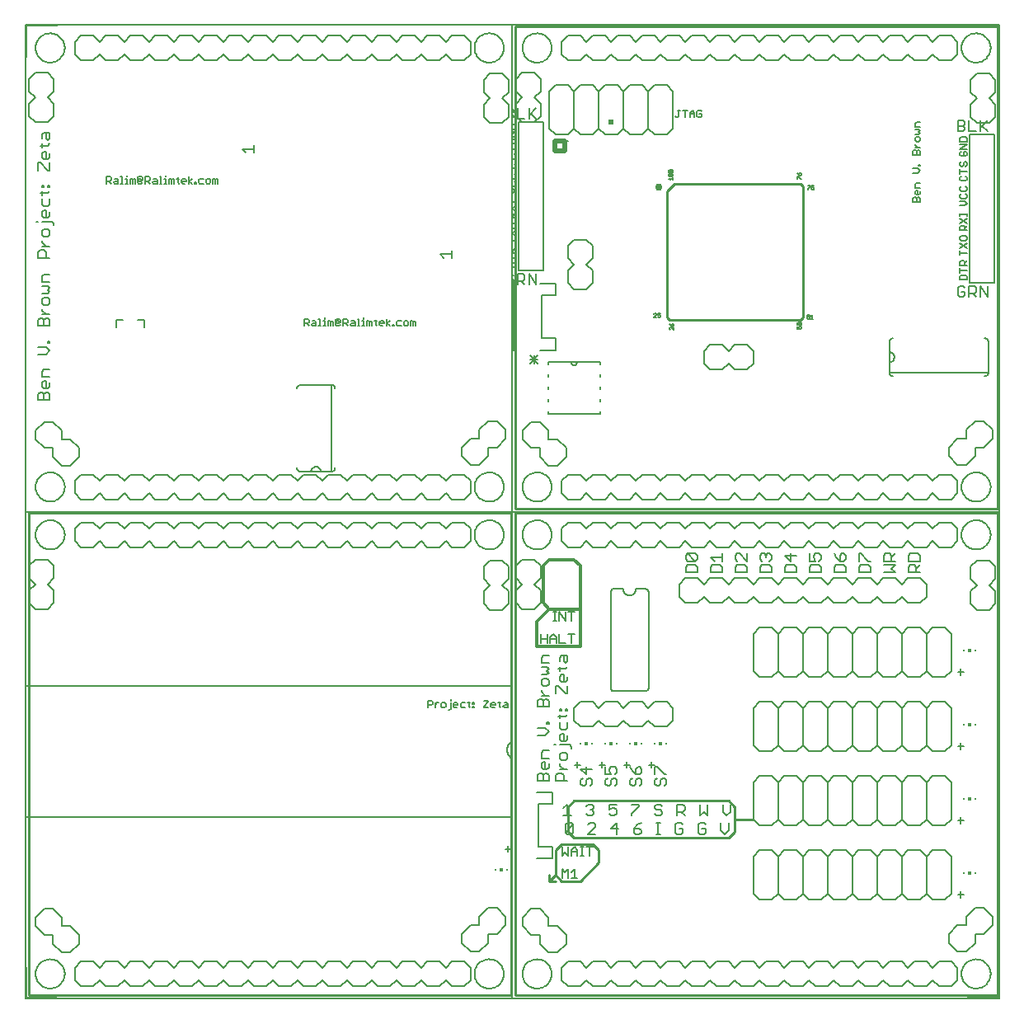
<source format=gto>
G75*
G70*
%OFA0B0*%
%FSLAX25Y25*%
%IPPOS*%
%LPD*%
%AMOC8*
5,1,8,0,0,1.08239X$1,22.5*
%
%ADD33C,0.01000*%
%ADD34R,0.01180X0.01180*%
%ADD44C,0.01200*%
%ADD51R,0.02000X0.02000*%
%ADD53C,0.02000*%
%ADD75C,0.03000*%
%ADD79C,0.00800*%
%ADD91R,0.00800X0.00800*%
X0000000Y0000000D02*
G75*
%LPD*%
D79*
X0000000Y0000000D02*
X0000000Y0196850D01*
X0196850Y0196850D01*
X0196850Y0000000D01*
X0000000Y0000000D01*
X0004090Y0010000D02*
X0004110Y0010480D01*
X0004170Y0010960D01*
X0004270Y0011430D01*
X0004400Y0011890D01*
X0004580Y0012340D01*
X0004780Y0012780D01*
X0005030Y0013200D01*
X0005310Y0013590D01*
X0005610Y0013960D01*
X0005950Y0014300D01*
X0006320Y0014620D01*
X0006700Y0014910D01*
X0007110Y0015160D01*
X0007540Y0015380D01*
X0007990Y0015560D01*
X0008450Y0015700D01*
X0008920Y0015810D01*
X0009400Y0015880D01*
X0009880Y0015910D01*
X0010360Y0015900D01*
X0010840Y0015850D01*
X0011320Y0015760D01*
X0011780Y0015640D01*
X0012230Y0015470D01*
X0012670Y0015270D01*
X0013090Y0015040D01*
X0013490Y0014770D01*
X0013870Y0014470D01*
X0014220Y0014140D01*
X0014540Y0013780D01*
X0014840Y0013400D01*
X0015100Y0012990D01*
X0015320Y0012560D01*
X0015520Y0012120D01*
X0015670Y0011670D01*
X0015790Y0011200D01*
X0015870Y0010720D01*
X0015910Y0010240D01*
X0015910Y0009760D01*
X0015870Y0009280D01*
X0015790Y0008800D01*
X0015670Y0008330D01*
X0015520Y0007880D01*
X0015320Y0007440D01*
X0015100Y0007010D01*
X0014840Y0006600D01*
X0014540Y0006220D01*
X0014220Y0005860D01*
X0013870Y0005530D01*
X0013490Y0005230D01*
X0013090Y0004960D01*
X0012670Y0004730D01*
X0012230Y0004530D01*
X0011780Y0004360D01*
X0011320Y0004240D01*
X0010840Y0004150D01*
X0010360Y0004100D01*
X0009880Y0004090D01*
X0009400Y0004120D01*
X0008920Y0004190D01*
X0008450Y0004300D01*
X0007990Y0004440D01*
X0007540Y0004620D01*
X0007110Y0004840D01*
X0006700Y0005090D01*
X0006320Y0005380D01*
X0005950Y0005700D01*
X0005610Y0006040D01*
X0005310Y0006410D01*
X0005030Y0006800D01*
X0004780Y0007220D01*
X0004580Y0007660D01*
X0004400Y0008110D01*
X0004270Y0008570D01*
X0004170Y0009040D01*
X0004110Y0009520D01*
X0004090Y0010000D01*
X0004090Y0187500D02*
X0004110Y0187980D01*
X0004170Y0188460D01*
X0004270Y0188930D01*
X0004400Y0189390D01*
X0004580Y0189840D01*
X0004780Y0190280D01*
X0005030Y0190700D01*
X0005310Y0191090D01*
X0005610Y0191460D01*
X0005950Y0191800D01*
X0006320Y0192120D01*
X0006700Y0192410D01*
X0007110Y0192660D01*
X0007540Y0192880D01*
X0007990Y0193060D01*
X0008450Y0193200D01*
X0008920Y0193310D01*
X0009400Y0193380D01*
X0009880Y0193410D01*
X0010360Y0193400D01*
X0010840Y0193350D01*
X0011320Y0193260D01*
X0011780Y0193140D01*
X0012230Y0192970D01*
X0012670Y0192770D01*
X0013090Y0192540D01*
X0013490Y0192270D01*
X0013870Y0191970D01*
X0014220Y0191640D01*
X0014540Y0191280D01*
X0014840Y0190900D01*
X0015100Y0190490D01*
X0015320Y0190060D01*
X0015520Y0189620D01*
X0015670Y0189170D01*
X0015790Y0188700D01*
X0015870Y0188220D01*
X0015910Y0187740D01*
X0015910Y0187260D01*
X0015870Y0186780D01*
X0015790Y0186300D01*
X0015670Y0185830D01*
X0015520Y0185380D01*
X0015320Y0184940D01*
X0015100Y0184510D01*
X0014840Y0184100D01*
X0014540Y0183720D01*
X0014220Y0183360D01*
X0013870Y0183030D01*
X0013490Y0182730D01*
X0013090Y0182460D01*
X0012670Y0182230D01*
X0012230Y0182030D01*
X0011780Y0181860D01*
X0011320Y0181740D01*
X0010840Y0181650D01*
X0010360Y0181600D01*
X0009880Y0181590D01*
X0009400Y0181620D01*
X0008920Y0181690D01*
X0008450Y0181800D01*
X0007990Y0181940D01*
X0007540Y0182120D01*
X0007110Y0182340D01*
X0006700Y0182590D01*
X0006320Y0182880D01*
X0005950Y0183200D01*
X0005610Y0183540D01*
X0005310Y0183910D01*
X0005030Y0184300D01*
X0004780Y0184720D01*
X0004580Y0185160D01*
X0004400Y0185610D01*
X0004270Y0186070D01*
X0004170Y0186540D01*
X0004110Y0187020D01*
X0004090Y0187500D01*
X0181590Y0187500D02*
X0181610Y0187980D01*
X0181670Y0188460D01*
X0181770Y0188930D01*
X0181900Y0189390D01*
X0182080Y0189840D01*
X0182280Y0190280D01*
X0182530Y0190700D01*
X0182810Y0191090D01*
X0183110Y0191460D01*
X0183450Y0191800D01*
X0183820Y0192120D01*
X0184200Y0192410D01*
X0184610Y0192660D01*
X0185040Y0192880D01*
X0185490Y0193060D01*
X0185950Y0193200D01*
X0186420Y0193310D01*
X0186900Y0193380D01*
X0187380Y0193410D01*
X0187860Y0193400D01*
X0188340Y0193350D01*
X0188820Y0193260D01*
X0189280Y0193140D01*
X0189730Y0192970D01*
X0190170Y0192770D01*
X0190590Y0192540D01*
X0190990Y0192270D01*
X0191370Y0191970D01*
X0191720Y0191640D01*
X0192040Y0191280D01*
X0192340Y0190900D01*
X0192600Y0190490D01*
X0192820Y0190060D01*
X0193020Y0189620D01*
X0193170Y0189170D01*
X0193290Y0188700D01*
X0193370Y0188220D01*
X0193410Y0187740D01*
X0193410Y0187260D01*
X0193370Y0186780D01*
X0193290Y0186300D01*
X0193170Y0185830D01*
X0193020Y0185380D01*
X0192820Y0184940D01*
X0192600Y0184510D01*
X0192340Y0184100D01*
X0192040Y0183720D01*
X0191720Y0183360D01*
X0191370Y0183030D01*
X0190990Y0182730D01*
X0190590Y0182460D01*
X0190170Y0182230D01*
X0189730Y0182030D01*
X0189280Y0181860D01*
X0188820Y0181740D01*
X0188340Y0181650D01*
X0187860Y0181600D01*
X0187380Y0181590D01*
X0186900Y0181620D01*
X0186420Y0181690D01*
X0185950Y0181800D01*
X0185490Y0181940D01*
X0185040Y0182120D01*
X0184610Y0182340D01*
X0184200Y0182590D01*
X0183820Y0182880D01*
X0183450Y0183200D01*
X0183110Y0183540D01*
X0182810Y0183910D01*
X0182530Y0184300D01*
X0182280Y0184720D01*
X0182080Y0185160D01*
X0181900Y0185610D01*
X0181770Y0186070D01*
X0181670Y0186540D01*
X0181610Y0187020D01*
X0181590Y0187500D01*
X0181590Y0010000D02*
X0181610Y0010480D01*
X0181670Y0010960D01*
X0181770Y0011430D01*
X0181900Y0011890D01*
X0182080Y0012340D01*
X0182280Y0012780D01*
X0182530Y0013200D01*
X0182810Y0013590D01*
X0183110Y0013960D01*
X0183450Y0014300D01*
X0183820Y0014620D01*
X0184200Y0014910D01*
X0184610Y0015160D01*
X0185040Y0015380D01*
X0185490Y0015560D01*
X0185950Y0015700D01*
X0186420Y0015810D01*
X0186900Y0015880D01*
X0187380Y0015910D01*
X0187860Y0015900D01*
X0188340Y0015850D01*
X0188820Y0015760D01*
X0189280Y0015640D01*
X0189730Y0015470D01*
X0190170Y0015270D01*
X0190590Y0015040D01*
X0190990Y0014770D01*
X0191370Y0014470D01*
X0191720Y0014140D01*
X0192040Y0013780D01*
X0192340Y0013400D01*
X0192600Y0012990D01*
X0192820Y0012560D01*
X0193020Y0012120D01*
X0193170Y0011670D01*
X0193290Y0011200D01*
X0193370Y0010720D01*
X0193410Y0010240D01*
X0193410Y0009760D01*
X0193370Y0009280D01*
X0193290Y0008800D01*
X0193170Y0008330D01*
X0193020Y0007880D01*
X0192820Y0007440D01*
X0192600Y0007010D01*
X0192340Y0006600D01*
X0192040Y0006220D01*
X0191720Y0005860D01*
X0191370Y0005530D01*
X0190990Y0005230D01*
X0190590Y0004960D01*
X0190170Y0004730D01*
X0189730Y0004530D01*
X0189280Y0004360D01*
X0188820Y0004240D01*
X0188340Y0004150D01*
X0187860Y0004100D01*
X0187380Y0004090D01*
X0186900Y0004120D01*
X0186420Y0004190D01*
X0185950Y0004300D01*
X0185490Y0004440D01*
X0185040Y0004620D01*
X0184610Y0004840D01*
X0184200Y0005090D01*
X0183820Y0005380D01*
X0183450Y0005700D01*
X0183110Y0006040D01*
X0182810Y0006410D01*
X0182530Y0006800D01*
X0182280Y0007220D01*
X0182080Y0007660D01*
X0181900Y0008110D01*
X0181770Y0008570D01*
X0181670Y0009040D01*
X0181610Y0009520D01*
X0181590Y0010000D01*
D33*
X0196250Y0001250D02*
X0196250Y0196250D01*
X0001250Y0196250D01*
X0001250Y0001250D01*
X0196250Y0001250D01*
D79*
X0195200Y0059270D02*
X0195200Y0061740D01*
X0193970Y0060500D02*
X0196440Y0060500D01*
X0195030Y0117650D02*
X0193580Y0117650D01*
X0193100Y0118130D01*
X0193580Y0118620D01*
X0195030Y0118620D01*
X0195030Y0119100D02*
X0195030Y0117650D01*
X0195030Y0119100D02*
X0194550Y0119580D01*
X0193580Y0119580D01*
X0192100Y0119580D02*
X0191130Y0119580D01*
X0191620Y0120070D02*
X0191620Y0118130D01*
X0192100Y0117650D01*
X0190120Y0118620D02*
X0188190Y0118620D01*
X0188190Y0119100D02*
X0188670Y0119580D01*
X0189640Y0119580D01*
X0190120Y0119100D01*
X0190120Y0118620D01*
X0189640Y0117650D02*
X0188670Y0117650D01*
X0188190Y0118130D01*
X0188190Y0119100D01*
X0187170Y0120070D02*
X0185240Y0118130D01*
X0185240Y0117650D01*
X0187170Y0117650D01*
X0187170Y0120070D02*
X0187170Y0120550D01*
X0185240Y0120550D01*
X0181300Y0119580D02*
X0181300Y0119100D01*
X0180820Y0119100D01*
X0180820Y0119580D01*
X0181300Y0119580D01*
X0181300Y0118130D02*
X0181300Y0117650D01*
X0180820Y0117650D01*
X0180820Y0118130D01*
X0181300Y0118130D01*
X0179820Y0117650D02*
X0179340Y0118130D01*
X0179340Y0120070D01*
X0178860Y0119580D02*
X0179820Y0119580D01*
X0177840Y0119580D02*
X0176390Y0119580D01*
X0175910Y0119100D01*
X0175910Y0118130D01*
X0176390Y0117650D01*
X0177840Y0117650D01*
X0174900Y0118620D02*
X0172960Y0118620D01*
X0172960Y0119100D02*
X0173450Y0119580D01*
X0174410Y0119580D01*
X0174900Y0119100D01*
X0174900Y0118620D01*
X0174410Y0117650D02*
X0173450Y0117650D01*
X0172960Y0118130D01*
X0172960Y0119100D01*
X0171970Y0119580D02*
X0171970Y0117170D01*
X0171480Y0116680D01*
X0171000Y0116680D01*
X0169990Y0118130D02*
X0169990Y0119100D01*
X0169500Y0119580D01*
X0168540Y0119580D01*
X0168050Y0119100D01*
X0168050Y0118130D01*
X0168540Y0117650D01*
X0169500Y0117650D01*
X0169990Y0118130D01*
X0167050Y0119580D02*
X0166560Y0119580D01*
X0165600Y0118620D01*
X0165600Y0119580D02*
X0165600Y0117650D01*
X0164580Y0119100D02*
X0164100Y0118620D01*
X0162650Y0118620D01*
X0162650Y0117650D02*
X0162650Y0120550D01*
X0164100Y0120550D01*
X0164580Y0120070D01*
X0164580Y0119100D01*
X0171970Y0120550D02*
X0171970Y0121040D01*
D79*
X0187800Y0157200D02*
X0185300Y0159700D01*
X0185300Y0164700D01*
X0187800Y0167200D01*
X0185300Y0169700D01*
X0185300Y0174700D01*
X0187800Y0177200D01*
X0192800Y0177200D01*
X0195300Y0174700D01*
X0195300Y0169700D01*
X0192800Y0167200D01*
X0195300Y0164700D01*
X0195300Y0159700D01*
X0192800Y0157200D01*
X0187800Y0157200D01*
X0177500Y0182500D02*
X0172500Y0182500D01*
X0170000Y0185000D01*
X0167500Y0182500D01*
X0162500Y0182500D01*
X0160000Y0185000D01*
X0157500Y0182500D01*
X0152500Y0182500D01*
X0150000Y0185000D01*
X0147500Y0182500D01*
X0142500Y0182500D01*
X0140000Y0185000D01*
X0137500Y0182500D01*
X0132500Y0182500D01*
X0130000Y0185000D01*
X0127500Y0182500D01*
X0122500Y0182500D01*
X0120000Y0185000D01*
X0117500Y0182500D01*
X0112500Y0182500D01*
X0110000Y0185000D01*
X0107500Y0182500D01*
X0102500Y0182500D01*
X0100000Y0185000D01*
X0097500Y0182500D01*
X0092500Y0182500D01*
X0090000Y0185000D01*
X0087500Y0182500D01*
X0082500Y0182500D01*
X0080000Y0185000D01*
X0077500Y0182500D01*
X0072500Y0182500D01*
X0070000Y0185000D01*
X0067500Y0182500D01*
X0062500Y0182500D01*
X0060000Y0185000D01*
X0057500Y0182500D01*
X0052500Y0182500D01*
X0050000Y0185000D01*
X0047500Y0182500D01*
X0042500Y0182500D01*
X0040000Y0185000D01*
X0037500Y0182500D01*
X0032500Y0182500D01*
X0030000Y0185000D01*
X0027500Y0182500D01*
X0022500Y0182500D01*
X0020000Y0185000D01*
X0020000Y0190000D01*
X0022500Y0192500D01*
X0027500Y0192500D01*
X0030000Y0190000D01*
X0032500Y0192500D01*
X0037500Y0192500D01*
X0040000Y0190000D01*
X0042500Y0192500D01*
X0047500Y0192500D01*
X0050000Y0190000D01*
X0052500Y0192500D01*
X0057500Y0192500D01*
X0060000Y0190000D01*
X0062500Y0192500D01*
X0067500Y0192500D01*
X0070000Y0190000D01*
X0072500Y0192500D01*
X0077500Y0192500D01*
X0080000Y0190000D01*
X0082500Y0192500D01*
X0087500Y0192500D01*
X0090000Y0190000D01*
X0092500Y0192500D01*
X0097500Y0192500D01*
X0100000Y0190000D01*
X0102500Y0192500D01*
X0107500Y0192500D01*
X0110000Y0190000D01*
X0112500Y0192500D01*
X0117500Y0192500D01*
X0120000Y0190000D01*
X0122500Y0192500D01*
X0127500Y0192500D01*
X0130000Y0190000D01*
X0132500Y0192500D01*
X0137500Y0192500D01*
X0140000Y0190000D01*
X0142500Y0192500D01*
X0147500Y0192500D01*
X0150000Y0190000D01*
X0152500Y0192500D01*
X0157500Y0192500D01*
X0160000Y0190000D01*
X0162500Y0192500D01*
X0167500Y0192500D01*
X0170000Y0190000D01*
X0172500Y0192500D01*
X0177500Y0192500D01*
X0180000Y0190000D01*
X0180000Y0185000D01*
X0177500Y0182500D01*
X0180000Y0185000D02*
X0180000Y0190000D01*
X0187070Y0036640D02*
X0190610Y0036640D01*
X0194140Y0033110D01*
X0194140Y0029570D01*
X0190610Y0026040D01*
X0187070Y0026040D01*
X0187070Y0022500D01*
X0183540Y0018960D01*
X0180000Y0018960D01*
X0176460Y0022500D01*
X0176460Y0026040D01*
X0180000Y0029570D01*
X0183540Y0029570D01*
X0183540Y0033110D01*
X0187070Y0036640D01*
X0177500Y0015000D02*
X0172500Y0015000D01*
X0170000Y0012500D01*
X0167500Y0015000D01*
X0162500Y0015000D01*
X0160000Y0012500D01*
X0157500Y0015000D01*
X0152500Y0015000D01*
X0150000Y0012500D01*
X0147500Y0015000D01*
X0142500Y0015000D01*
X0140000Y0012500D01*
X0137500Y0015000D01*
X0132500Y0015000D01*
X0130000Y0012500D01*
X0127500Y0015000D01*
X0122500Y0015000D01*
X0120000Y0012500D01*
X0117500Y0015000D01*
X0112500Y0015000D01*
X0110000Y0012500D01*
X0107500Y0015000D01*
X0102500Y0015000D01*
X0100000Y0012500D01*
X0097500Y0015000D01*
X0092500Y0015000D01*
X0090000Y0012500D01*
X0087500Y0015000D01*
X0082500Y0015000D01*
X0080000Y0012500D01*
X0077500Y0015000D01*
X0072500Y0015000D01*
X0070000Y0012500D01*
X0067500Y0015000D01*
X0062500Y0015000D01*
X0060000Y0012500D01*
X0057500Y0015000D01*
X0052500Y0015000D01*
X0050000Y0012500D01*
X0047500Y0015000D01*
X0042500Y0015000D01*
X0040000Y0012500D01*
X0037500Y0015000D01*
X0032500Y0015000D01*
X0030000Y0012500D01*
X0027500Y0015000D01*
X0022500Y0015000D01*
X0020000Y0012500D01*
X0020000Y0007500D01*
X0022500Y0005000D01*
X0027500Y0005000D01*
X0030000Y0007500D01*
X0032500Y0005000D01*
X0037500Y0005000D01*
X0040000Y0007500D01*
X0042500Y0005000D01*
X0047500Y0005000D01*
X0050000Y0007500D01*
X0052500Y0005000D01*
X0057500Y0005000D01*
X0060000Y0007500D01*
X0062500Y0005000D01*
X0067500Y0005000D01*
X0070000Y0007500D01*
X0072500Y0005000D01*
X0077500Y0005000D01*
X0080000Y0007500D01*
X0082500Y0005000D01*
X0087500Y0005000D01*
X0090000Y0007500D01*
X0092500Y0005000D01*
X0097500Y0005000D01*
X0100000Y0007500D01*
X0102500Y0005000D01*
X0107500Y0005000D01*
X0110000Y0007500D01*
X0112500Y0005000D01*
X0117500Y0005000D01*
X0120000Y0007500D01*
X0122500Y0005000D01*
X0127500Y0005000D01*
X0130000Y0007500D01*
X0132500Y0005000D01*
X0137500Y0005000D01*
X0140000Y0007500D01*
X0142500Y0005000D01*
X0147500Y0005000D01*
X0150000Y0007500D01*
X0152500Y0005000D01*
X0157500Y0005000D01*
X0160000Y0007500D01*
X0162500Y0005000D01*
X0167500Y0005000D01*
X0170000Y0007500D01*
X0172500Y0005000D01*
X0177500Y0005000D01*
X0180000Y0007500D01*
X0180000Y0012500D01*
X0177500Y0015000D01*
X0180000Y0012500D02*
X0180000Y0007500D01*
X0021770Y0022200D02*
X0021770Y0025730D01*
X0018230Y0029270D01*
X0014700Y0029270D01*
X0014700Y0032800D01*
X0011160Y0036340D01*
X0007630Y0036340D01*
X0004090Y0032800D01*
X0004090Y0029270D01*
X0007630Y0025730D01*
X0011160Y0025730D01*
X0011160Y0022200D01*
X0014700Y0018660D01*
X0018230Y0018660D01*
X0021770Y0022200D01*
X0020000Y0012500D02*
X0020000Y0007500D01*
X0008960Y0157500D02*
X0003960Y0157500D01*
X0001460Y0160000D01*
X0001460Y0165000D01*
X0003960Y0167500D01*
X0001460Y0170000D01*
X0001460Y0175000D01*
X0003960Y0177500D01*
X0008960Y0177500D01*
X0011460Y0175000D01*
X0011460Y0170000D01*
X0008960Y0167500D01*
X0011460Y0165000D01*
X0011460Y0160000D01*
X0008960Y0157500D01*
X0020000Y0185000D02*
X0020000Y0190000D01*
D79*
X0000000Y0073500D02*
X0196850Y0073500D01*
X0198750Y0073500D02*
X0196850Y0096976D02*
X0196530Y0097170D01*
X0196210Y0097410D01*
X0195920Y0097670D01*
X0195660Y0097960D01*
X0195420Y0098280D01*
X0195220Y0098610D01*
X0195050Y0098970D01*
X0194920Y0099340D01*
X0194830Y0099720D01*
X0194770Y0100110D01*
X0194750Y0100500D01*
X0194770Y0100890D01*
X0194830Y0101280D01*
X0194920Y0101660D01*
X0195050Y0102030D01*
X0195220Y0102390D01*
X0195420Y0102720D01*
X0195660Y0103040D01*
X0195920Y0103330D01*
X0196210Y0103590D01*
X0196530Y0103830D01*
X0196850Y0104024D01*
X0196860Y0104030D02*
X0000000Y0126500D02*
X0196850Y0126500D01*
X-001250Y0126500D02*
D91*
X0190140Y0051910D03*
X0194860Y0051910D03*
D34*
X0192500Y0051910D03*
D79*
X0000000Y0000000D02*
G75*
%LPD*%
D79*
X0000000Y0000000D02*
X0000000Y0196850D01*
X0196850Y0196850D01*
X0196850Y0000000D01*
X0000000Y0000000D01*
X0004090Y0010000D02*
X0004110Y0010480D01*
X0004170Y0010960D01*
X0004270Y0011430D01*
X0004400Y0011890D01*
X0004580Y0012340D01*
X0004780Y0012780D01*
X0005030Y0013200D01*
X0005310Y0013590D01*
X0005610Y0013960D01*
X0005950Y0014300D01*
X0006320Y0014620D01*
X0006700Y0014910D01*
X0007110Y0015160D01*
X0007540Y0015380D01*
X0007990Y0015560D01*
X0008450Y0015700D01*
X0008920Y0015810D01*
X0009400Y0015880D01*
X0009880Y0015910D01*
X0010360Y0015900D01*
X0010840Y0015850D01*
X0011320Y0015760D01*
X0011780Y0015640D01*
X0012230Y0015470D01*
X0012670Y0015270D01*
X0013090Y0015040D01*
X0013490Y0014770D01*
X0013870Y0014470D01*
X0014220Y0014140D01*
X0014540Y0013780D01*
X0014840Y0013400D01*
X0015100Y0012990D01*
X0015320Y0012560D01*
X0015520Y0012120D01*
X0015670Y0011670D01*
X0015790Y0011200D01*
X0015870Y0010720D01*
X0015910Y0010240D01*
X0015910Y0009760D01*
X0015870Y0009280D01*
X0015790Y0008800D01*
X0015670Y0008330D01*
X0015520Y0007880D01*
X0015320Y0007440D01*
X0015100Y0007010D01*
X0014840Y0006600D01*
X0014540Y0006220D01*
X0014220Y0005860D01*
X0013870Y0005530D01*
X0013490Y0005230D01*
X0013090Y0004960D01*
X0012670Y0004730D01*
X0012230Y0004530D01*
X0011780Y0004360D01*
X0011320Y0004240D01*
X0010840Y0004150D01*
X0010360Y0004100D01*
X0009880Y0004090D01*
X0009400Y0004120D01*
X0008920Y0004190D01*
X0008450Y0004300D01*
X0007990Y0004440D01*
X0007540Y0004620D01*
X0007110Y0004840D01*
X0006700Y0005090D01*
X0006320Y0005380D01*
X0005950Y0005700D01*
X0005610Y0006040D01*
X0005310Y0006410D01*
X0005030Y0006800D01*
X0004780Y0007220D01*
X0004580Y0007660D01*
X0004400Y0008110D01*
X0004270Y0008570D01*
X0004170Y0009040D01*
X0004110Y0009520D01*
X0004090Y0010000D01*
X0004090Y0187500D02*
X0004110Y0187980D01*
X0004170Y0188460D01*
X0004270Y0188930D01*
X0004400Y0189390D01*
X0004580Y0189840D01*
X0004780Y0190280D01*
X0005030Y0190700D01*
X0005310Y0191090D01*
X0005610Y0191460D01*
X0005950Y0191800D01*
X0006320Y0192120D01*
X0006700Y0192410D01*
X0007110Y0192660D01*
X0007540Y0192880D01*
X0007990Y0193060D01*
X0008450Y0193200D01*
X0008920Y0193310D01*
X0009400Y0193380D01*
X0009880Y0193410D01*
X0010360Y0193400D01*
X0010840Y0193350D01*
X0011320Y0193260D01*
X0011780Y0193140D01*
X0012230Y0192970D01*
X0012670Y0192770D01*
X0013090Y0192540D01*
X0013490Y0192270D01*
X0013870Y0191970D01*
X0014220Y0191640D01*
X0014540Y0191280D01*
X0014840Y0190900D01*
X0015100Y0190490D01*
X0015320Y0190060D01*
X0015520Y0189620D01*
X0015670Y0189170D01*
X0015790Y0188700D01*
X0015870Y0188220D01*
X0015910Y0187740D01*
X0015910Y0187260D01*
X0015870Y0186780D01*
X0015790Y0186300D01*
X0015670Y0185830D01*
X0015520Y0185380D01*
X0015320Y0184940D01*
X0015100Y0184510D01*
X0014840Y0184100D01*
X0014540Y0183720D01*
X0014220Y0183360D01*
X0013870Y0183030D01*
X0013490Y0182730D01*
X0013090Y0182460D01*
X0012670Y0182230D01*
X0012230Y0182030D01*
X0011780Y0181860D01*
X0011320Y0181740D01*
X0010840Y0181650D01*
X0010360Y0181600D01*
X0009880Y0181590D01*
X0009400Y0181620D01*
X0008920Y0181690D01*
X0008450Y0181800D01*
X0007990Y0181940D01*
X0007540Y0182120D01*
X0007110Y0182340D01*
X0006700Y0182590D01*
X0006320Y0182880D01*
X0005950Y0183200D01*
X0005610Y0183540D01*
X0005310Y0183910D01*
X0005030Y0184300D01*
X0004780Y0184720D01*
X0004580Y0185160D01*
X0004400Y0185610D01*
X0004270Y0186070D01*
X0004170Y0186540D01*
X0004110Y0187020D01*
X0004090Y0187500D01*
X0181590Y0187500D02*
X0181610Y0187980D01*
X0181670Y0188460D01*
X0181770Y0188930D01*
X0181900Y0189390D01*
X0182080Y0189840D01*
X0182280Y0190280D01*
X0182530Y0190700D01*
X0182810Y0191090D01*
X0183110Y0191460D01*
X0183450Y0191800D01*
X0183820Y0192120D01*
X0184200Y0192410D01*
X0184610Y0192660D01*
X0185040Y0192880D01*
X0185490Y0193060D01*
X0185950Y0193200D01*
X0186420Y0193310D01*
X0186900Y0193380D01*
X0187380Y0193410D01*
X0187860Y0193400D01*
X0188340Y0193350D01*
X0188820Y0193260D01*
X0189280Y0193140D01*
X0189730Y0192970D01*
X0190170Y0192770D01*
X0190590Y0192540D01*
X0190990Y0192270D01*
X0191370Y0191970D01*
X0191720Y0191640D01*
X0192040Y0191280D01*
X0192340Y0190900D01*
X0192600Y0190490D01*
X0192820Y0190060D01*
X0193020Y0189620D01*
X0193170Y0189170D01*
X0193290Y0188700D01*
X0193370Y0188220D01*
X0193410Y0187740D01*
X0193410Y0187260D01*
X0193370Y0186780D01*
X0193290Y0186300D01*
X0193170Y0185830D01*
X0193020Y0185380D01*
X0192820Y0184940D01*
X0192600Y0184510D01*
X0192340Y0184100D01*
X0192040Y0183720D01*
X0191720Y0183360D01*
X0191370Y0183030D01*
X0190990Y0182730D01*
X0190590Y0182460D01*
X0190170Y0182230D01*
X0189730Y0182030D01*
X0189280Y0181860D01*
X0188820Y0181740D01*
X0188340Y0181650D01*
X0187860Y0181600D01*
X0187380Y0181590D01*
X0186900Y0181620D01*
X0186420Y0181690D01*
X0185950Y0181800D01*
X0185490Y0181940D01*
X0185040Y0182120D01*
X0184610Y0182340D01*
X0184200Y0182590D01*
X0183820Y0182880D01*
X0183450Y0183200D01*
X0183110Y0183540D01*
X0182810Y0183910D01*
X0182530Y0184300D01*
X0182280Y0184720D01*
X0182080Y0185160D01*
X0181900Y0185610D01*
X0181770Y0186070D01*
X0181670Y0186540D01*
X0181610Y0187020D01*
X0181590Y0187500D01*
X0181590Y0010000D02*
X0181610Y0010480D01*
X0181670Y0010960D01*
X0181770Y0011430D01*
X0181900Y0011890D01*
X0182080Y0012340D01*
X0182280Y0012780D01*
X0182530Y0013200D01*
X0182810Y0013590D01*
X0183110Y0013960D01*
X0183450Y0014300D01*
X0183820Y0014620D01*
X0184200Y0014910D01*
X0184610Y0015160D01*
X0185040Y0015380D01*
X0185490Y0015560D01*
X0185950Y0015700D01*
X0186420Y0015810D01*
X0186900Y0015880D01*
X0187380Y0015910D01*
X0187860Y0015900D01*
X0188340Y0015850D01*
X0188820Y0015760D01*
X0189280Y0015640D01*
X0189730Y0015470D01*
X0190170Y0015270D01*
X0190590Y0015040D01*
X0190990Y0014770D01*
X0191370Y0014470D01*
X0191720Y0014140D01*
X0192040Y0013780D01*
X0192340Y0013400D01*
X0192600Y0012990D01*
X0192820Y0012560D01*
X0193020Y0012120D01*
X0193170Y0011670D01*
X0193290Y0011200D01*
X0193370Y0010720D01*
X0193410Y0010240D01*
X0193410Y0009760D01*
X0193370Y0009280D01*
X0193290Y0008800D01*
X0193170Y0008330D01*
X0193020Y0007880D01*
X0192820Y0007440D01*
X0192600Y0007010D01*
X0192340Y0006600D01*
X0192040Y0006220D01*
X0191720Y0005860D01*
X0191370Y0005530D01*
X0190990Y0005230D01*
X0190590Y0004960D01*
X0190170Y0004730D01*
X0189730Y0004530D01*
X0189280Y0004360D01*
X0188820Y0004240D01*
X0188340Y0004150D01*
X0187860Y0004100D01*
X0187380Y0004090D01*
X0186900Y0004120D01*
X0186420Y0004190D01*
X0185950Y0004300D01*
X0185490Y0004440D01*
X0185040Y0004620D01*
X0184610Y0004840D01*
X0184200Y0005090D01*
X0183820Y0005380D01*
X0183450Y0005700D01*
X0183110Y0006040D01*
X0182810Y0006410D01*
X0182530Y0006800D01*
X0182280Y0007220D01*
X0182080Y0007660D01*
X0181900Y0008110D01*
X0181770Y0008570D01*
X0181670Y0009040D01*
X0181610Y0009520D01*
X0181590Y0010000D01*
X0196850Y0000000D02*
G75*
%LPD*%
D79*
X0196850Y0000000D02*
X0196850Y0196850D01*
X0393700Y0196850D01*
X0393700Y0000000D01*
X0196850Y0000000D01*
X0200940Y0010000D02*
X0200960Y0010480D01*
X0201020Y0010960D01*
X0201120Y0011430D01*
X0201250Y0011890D01*
X0201430Y0012340D01*
X0201630Y0012780D01*
X0201880Y0013200D01*
X0202160Y0013590D01*
X0202460Y0013960D01*
X0202800Y0014300D01*
X0203170Y0014620D01*
X0203550Y0014910D01*
X0203960Y0015160D01*
X0204390Y0015380D01*
X0204840Y0015560D01*
X0205300Y0015700D01*
X0205770Y0015810D01*
X0206250Y0015880D01*
X0206730Y0015910D01*
X0207210Y0015900D01*
X0207690Y0015850D01*
X0208170Y0015760D01*
X0208630Y0015640D01*
X0209080Y0015470D01*
X0209520Y0015270D01*
X0209940Y0015040D01*
X0210340Y0014770D01*
X0210720Y0014470D01*
X0211070Y0014140D01*
X0211390Y0013780D01*
X0211690Y0013400D01*
X0211950Y0012990D01*
X0212170Y0012560D01*
X0212370Y0012120D01*
X0212520Y0011670D01*
X0212640Y0011200D01*
X0212720Y0010720D01*
X0212760Y0010240D01*
X0212760Y0009760D01*
X0212720Y0009280D01*
X0212640Y0008800D01*
X0212520Y0008330D01*
X0212370Y0007880D01*
X0212170Y0007440D01*
X0211950Y0007010D01*
X0211690Y0006600D01*
X0211390Y0006220D01*
X0211070Y0005860D01*
X0210720Y0005530D01*
X0210340Y0005230D01*
X0209940Y0004960D01*
X0209520Y0004730D01*
X0209080Y0004530D01*
X0208630Y0004360D01*
X0208170Y0004240D01*
X0207690Y0004150D01*
X0207210Y0004100D01*
X0206730Y0004090D01*
X0206250Y0004120D01*
X0205770Y0004190D01*
X0205300Y0004300D01*
X0204840Y0004440D01*
X0204390Y0004620D01*
X0203960Y0004840D01*
X0203550Y0005090D01*
X0203170Y0005380D01*
X0202800Y0005700D01*
X0202460Y0006040D01*
X0202160Y0006410D01*
X0201880Y0006800D01*
X0201630Y0007220D01*
X0201430Y0007660D01*
X0201250Y0008110D01*
X0201120Y0008570D01*
X0201020Y0009040D01*
X0200960Y0009520D01*
X0200940Y0010000D01*
X0200940Y0187500D02*
X0200960Y0187980D01*
X0201020Y0188460D01*
X0201120Y0188930D01*
X0201250Y0189390D01*
X0201430Y0189840D01*
X0201630Y0190280D01*
X0201880Y0190700D01*
X0202160Y0191090D01*
X0202460Y0191460D01*
X0202800Y0191800D01*
X0203170Y0192120D01*
X0203550Y0192410D01*
X0203960Y0192660D01*
X0204390Y0192880D01*
X0204840Y0193060D01*
X0205300Y0193200D01*
X0205770Y0193310D01*
X0206250Y0193380D01*
X0206730Y0193410D01*
X0207210Y0193400D01*
X0207690Y0193350D01*
X0208170Y0193260D01*
X0208630Y0193140D01*
X0209080Y0192970D01*
X0209520Y0192770D01*
X0209940Y0192540D01*
X0210340Y0192270D01*
X0210720Y0191970D01*
X0211070Y0191640D01*
X0211390Y0191280D01*
X0211690Y0190900D01*
X0211950Y0190490D01*
X0212170Y0190060D01*
X0212370Y0189620D01*
X0212520Y0189170D01*
X0212640Y0188700D01*
X0212720Y0188220D01*
X0212760Y0187740D01*
X0212760Y0187260D01*
X0212720Y0186780D01*
X0212640Y0186300D01*
X0212520Y0185830D01*
X0212370Y0185380D01*
X0212170Y0184940D01*
X0211950Y0184510D01*
X0211690Y0184100D01*
X0211390Y0183720D01*
X0211070Y0183360D01*
X0210720Y0183030D01*
X0210340Y0182730D01*
X0209940Y0182460D01*
X0209520Y0182230D01*
X0209080Y0182030D01*
X0208630Y0181860D01*
X0208170Y0181740D01*
X0207690Y0181650D01*
X0207210Y0181600D01*
X0206730Y0181590D01*
X0206250Y0181620D01*
X0205770Y0181690D01*
X0205300Y0181800D01*
X0204840Y0181940D01*
X0204390Y0182120D01*
X0203960Y0182340D01*
X0203550Y0182590D01*
X0203170Y0182880D01*
X0202800Y0183200D01*
X0202460Y0183540D01*
X0202160Y0183910D01*
X0201880Y0184300D01*
X0201630Y0184720D01*
X0201430Y0185160D01*
X0201250Y0185610D01*
X0201120Y0186070D01*
X0201020Y0186540D01*
X0200960Y0187020D01*
X0200940Y0187500D01*
X0378440Y0187500D02*
X0378460Y0187980D01*
X0378520Y0188460D01*
X0378620Y0188930D01*
X0378750Y0189390D01*
X0378930Y0189840D01*
X0379130Y0190280D01*
X0379380Y0190700D01*
X0379660Y0191090D01*
X0379960Y0191460D01*
X0380300Y0191800D01*
X0380670Y0192120D01*
X0381050Y0192410D01*
X0381460Y0192660D01*
X0381890Y0192880D01*
X0382340Y0193060D01*
X0382800Y0193200D01*
X0383270Y0193310D01*
X0383750Y0193380D01*
X0384230Y0193410D01*
X0384710Y0193400D01*
X0385190Y0193350D01*
X0385670Y0193260D01*
X0386130Y0193140D01*
X0386580Y0192970D01*
X0387020Y0192770D01*
X0387440Y0192540D01*
X0387840Y0192270D01*
X0388220Y0191970D01*
X0388570Y0191640D01*
X0388890Y0191280D01*
X0389190Y0190900D01*
X0389450Y0190490D01*
X0389670Y0190060D01*
X0389870Y0189620D01*
X0390020Y0189170D01*
X0390140Y0188700D01*
X0390220Y0188220D01*
X0390260Y0187740D01*
X0390260Y0187260D01*
X0390220Y0186780D01*
X0390140Y0186300D01*
X0390020Y0185830D01*
X0389870Y0185380D01*
X0389670Y0184940D01*
X0389450Y0184510D01*
X0389190Y0184100D01*
X0388890Y0183720D01*
X0388570Y0183360D01*
X0388220Y0183030D01*
X0387840Y0182730D01*
X0387440Y0182460D01*
X0387020Y0182230D01*
X0386580Y0182030D01*
X0386130Y0181860D01*
X0385670Y0181740D01*
X0385190Y0181650D01*
X0384710Y0181600D01*
X0384230Y0181590D01*
X0383750Y0181620D01*
X0383270Y0181690D01*
X0382800Y0181800D01*
X0382340Y0181940D01*
X0381890Y0182120D01*
X0381460Y0182340D01*
X0381050Y0182590D01*
X0380670Y0182880D01*
X0380300Y0183200D01*
X0379960Y0183540D01*
X0379660Y0183910D01*
X0379380Y0184300D01*
X0379130Y0184720D01*
X0378930Y0185160D01*
X0378750Y0185610D01*
X0378620Y0186070D01*
X0378520Y0186540D01*
X0378460Y0187020D01*
X0378440Y0187500D01*
X0378440Y0010000D02*
X0378460Y0010480D01*
X0378520Y0010960D01*
X0378620Y0011430D01*
X0378750Y0011890D01*
X0378930Y0012340D01*
X0379130Y0012780D01*
X0379380Y0013200D01*
X0379660Y0013590D01*
X0379960Y0013960D01*
X0380300Y0014300D01*
X0380670Y0014620D01*
X0381050Y0014910D01*
X0381460Y0015160D01*
X0381890Y0015380D01*
X0382340Y0015560D01*
X0382800Y0015700D01*
X0383270Y0015810D01*
X0383750Y0015880D01*
X0384230Y0015910D01*
X0384710Y0015900D01*
X0385190Y0015850D01*
X0385670Y0015760D01*
X0386130Y0015640D01*
X0386580Y0015470D01*
X0387020Y0015270D01*
X0387440Y0015040D01*
X0387840Y0014770D01*
X0388220Y0014470D01*
X0388570Y0014140D01*
X0388890Y0013780D01*
X0389190Y0013400D01*
X0389450Y0012990D01*
X0389670Y0012560D01*
X0389870Y0012120D01*
X0390020Y0011670D01*
X0390140Y0011200D01*
X0390220Y0010720D01*
X0390260Y0010240D01*
X0390260Y0009760D01*
X0390220Y0009280D01*
X0390140Y0008800D01*
X0390020Y0008330D01*
X0389870Y0007880D01*
X0389670Y0007440D01*
X0389450Y0007010D01*
X0389190Y0006600D01*
X0388890Y0006220D01*
X0388570Y0005860D01*
X0388220Y0005530D01*
X0387840Y0005230D01*
X0387440Y0004960D01*
X0387020Y0004730D01*
X0386580Y0004530D01*
X0386130Y0004360D01*
X0385670Y0004240D01*
X0385190Y0004150D01*
X0384710Y0004100D01*
X0384230Y0004090D01*
X0383750Y0004120D01*
X0383270Y0004190D01*
X0382800Y0004300D01*
X0382340Y0004440D01*
X0381890Y0004620D01*
X0381460Y0004840D01*
X0381050Y0005090D01*
X0380670Y0005380D01*
X0380300Y0005700D01*
X0379960Y0006040D01*
X0379660Y0006410D01*
X0379380Y0006800D01*
X0379130Y0007220D01*
X0378930Y0007660D01*
X0378750Y0008110D01*
X0378620Y0008570D01*
X0378520Y0009040D01*
X0378460Y0009520D01*
X0378440Y0010000D01*
D33*
X0393100Y0001250D02*
X0393100Y0196250D01*
X0198100Y0196250D01*
X0198100Y0001250D01*
X0393100Y0001250D01*
X0294350Y0072500D02*
X0286850Y0072500D01*
X0286850Y0067500D01*
X0284350Y0065000D01*
X0221850Y0065000D01*
X0219350Y0067500D01*
X0219350Y0077500D01*
X0221850Y0080000D01*
X0284350Y0080000D01*
X0286850Y0077500D01*
X0286850Y0072500D01*
X0231850Y0060000D02*
X0231850Y0055000D01*
X0224350Y0047500D01*
X0216850Y0047500D01*
X0214350Y0050000D01*
X0211850Y0047500D01*
X0214350Y0047500D01*
X0214350Y0050000D02*
X0214350Y0060000D01*
X0216850Y0062500D01*
X0229350Y0062500D01*
X0231850Y0060000D01*
X0211850Y0050000D02*
X0211850Y0047500D01*
D79*
X0219050Y0066450D02*
X0218280Y0067220D01*
X0221350Y0070290D01*
X0221350Y0067220D01*
X0220590Y0066450D01*
X0219050Y0066450D01*
X0218280Y0067220D02*
X0218280Y0070290D01*
X0219050Y0071050D01*
X0220590Y0071050D01*
X0221350Y0070290D01*
X0220590Y0073950D02*
X0217520Y0073950D01*
X0219050Y0073950D02*
X0219050Y0078550D01*
X0217520Y0077020D01*
X0225310Y0085990D02*
X0226080Y0085990D01*
X0226840Y0086760D01*
X0226840Y0088290D01*
X0227610Y0089060D01*
X0228380Y0089060D01*
X0229150Y0088290D01*
X0229150Y0086760D01*
X0228380Y0085990D01*
X0225310Y0085990D02*
X0224540Y0086760D01*
X0224540Y0088290D01*
X0225310Y0089060D01*
X0226840Y0090600D02*
X0226840Y0093670D01*
X0224540Y0092900D02*
X0226840Y0090600D01*
X0229150Y0092900D02*
X0224540Y0092900D01*
X0219150Y0092630D02*
X0216080Y0092630D01*
X0216080Y0094160D02*
X0216080Y0094930D01*
X0216080Y0094160D02*
X0217610Y0092630D01*
X0216840Y0091090D02*
X0215310Y0091090D01*
X0214540Y0090320D01*
X0214540Y0088020D01*
X0219150Y0088020D01*
X0217610Y0088020D02*
X0217610Y0090320D01*
X0216840Y0091090D01*
X0211650Y0090320D02*
X0211650Y0088020D01*
X0207040Y0088020D01*
X0207040Y0090320D01*
X0207810Y0091090D01*
X0208580Y0091090D01*
X0209340Y0090320D01*
X0209340Y0088020D01*
X0209340Y0090320D02*
X0210110Y0091090D01*
X0210880Y0091090D01*
X0211650Y0090320D01*
X0210880Y0092630D02*
X0209340Y0092630D01*
X0208580Y0093390D01*
X0208580Y0094930D01*
X0209340Y0095700D01*
X0210110Y0095700D01*
X0210110Y0092630D01*
X0210880Y0092630D02*
X0211650Y0093390D01*
X0211650Y0094930D01*
X0211650Y0097230D02*
X0208580Y0097230D01*
X0208580Y0099530D01*
X0209340Y0100300D01*
X0211650Y0100300D01*
X0213770Y0102600D02*
X0214540Y0102600D01*
X0216080Y0102600D02*
X0219910Y0102600D01*
X0220680Y0101830D01*
X0220680Y0101070D01*
X0218380Y0099530D02*
X0216840Y0099530D01*
X0216080Y0098760D01*
X0216080Y0097230D01*
X0216840Y0096460D01*
X0218380Y0096460D01*
X0219150Y0097230D01*
X0219150Y0098760D01*
X0218380Y0099530D01*
X0218380Y0104140D02*
X0216840Y0104140D01*
X0216080Y0104900D01*
X0216080Y0106440D01*
X0216840Y0107210D01*
X0217610Y0107210D01*
X0217610Y0104140D01*
X0218380Y0104140D02*
X0219150Y0104900D01*
X0219150Y0106440D01*
X0218380Y0108740D02*
X0216840Y0108740D01*
X0216080Y0109510D01*
X0216080Y0111810D01*
X0216080Y0113340D02*
X0216080Y0114880D01*
X0215310Y0114110D02*
X0218380Y0114110D01*
X0219150Y0114880D01*
X0219150Y0116410D02*
X0218380Y0116410D01*
X0218380Y0117180D01*
X0219150Y0117180D01*
X0219150Y0116410D01*
X0216840Y0116410D02*
X0216080Y0116410D01*
X0216080Y0117180D01*
X0216840Y0117180D01*
X0216840Y0116410D01*
X0219150Y0111810D02*
X0219150Y0109510D01*
X0218380Y0108740D01*
X0211650Y0107970D02*
X0210110Y0109510D01*
X0207040Y0109510D01*
X0207040Y0106440D02*
X0210110Y0106440D01*
X0211650Y0107970D01*
X0211650Y0111040D02*
X0211650Y0111810D01*
X0210880Y0111810D01*
X0210880Y0111040D01*
X0211650Y0111040D01*
X0211650Y0117950D02*
X0207040Y0117950D01*
X0207040Y0120250D01*
X0207810Y0121020D01*
X0208580Y0121020D01*
X0209340Y0120250D01*
X0209340Y0117950D01*
X0209340Y0120250D02*
X0210110Y0121020D01*
X0210880Y0121020D01*
X0211650Y0120250D01*
X0211650Y0117950D01*
X0211650Y0122550D02*
X0208580Y0122550D01*
X0210110Y0122550D02*
X0208580Y0124090D01*
X0208580Y0124850D01*
X0209340Y0126390D02*
X0210880Y0126390D01*
X0211650Y0127160D01*
X0211650Y0128690D01*
X0210880Y0129460D01*
X0209340Y0129460D01*
X0208580Y0128690D01*
X0208580Y0127160D01*
X0209340Y0126390D01*
X0208580Y0130990D02*
X0210880Y0130990D01*
X0211650Y0131760D01*
X0210880Y0132530D01*
X0211650Y0133290D01*
X0210880Y0134060D01*
X0208580Y0134060D01*
X0208580Y0135600D02*
X0208580Y0137900D01*
X0209340Y0138670D01*
X0211650Y0138670D01*
X0211650Y0135600D02*
X0208580Y0135600D01*
X0215310Y0133290D02*
X0218380Y0133290D01*
X0219150Y0134060D01*
X0218380Y0135600D02*
X0217610Y0136360D01*
X0217610Y0138670D01*
X0216840Y0138670D02*
X0219150Y0138670D01*
X0219150Y0136360D01*
X0218380Y0135600D01*
X0216080Y0136360D02*
X0216080Y0137900D01*
X0216840Y0138670D01*
X0216080Y0134060D02*
X0216080Y0132530D01*
X0216840Y0130990D02*
X0217610Y0130990D01*
X0217610Y0127920D01*
X0216840Y0127920D02*
X0216080Y0128690D01*
X0216080Y0130220D01*
X0216840Y0130990D01*
X0219150Y0130220D02*
X0219150Y0128690D01*
X0218380Y0127920D01*
X0216840Y0127920D01*
X0215310Y0126390D02*
X0218380Y0123320D01*
X0219150Y0123320D01*
X0219150Y0126390D01*
X0215310Y0126390D02*
X0214540Y0126390D01*
X0214540Y0123320D01*
X0234540Y0093670D02*
X0234540Y0090600D01*
X0236840Y0090600D01*
X0236080Y0092130D01*
X0236080Y0092900D01*
X0236840Y0093670D01*
X0238380Y0093670D01*
X0239150Y0092900D01*
X0239150Y0091360D01*
X0238380Y0090600D01*
X0238380Y0089060D02*
X0239150Y0088290D01*
X0239150Y0086760D01*
X0238380Y0085990D01*
X0236840Y0086760D02*
X0236840Y0088290D01*
X0237610Y0089060D01*
X0238380Y0089060D01*
X0236840Y0086760D02*
X0236080Y0085990D01*
X0235310Y0085990D01*
X0234540Y0086760D01*
X0234540Y0088290D01*
X0235310Y0089060D01*
X0244540Y0088290D02*
X0244540Y0086760D01*
X0245310Y0085990D01*
X0246080Y0085990D01*
X0246840Y0086760D01*
X0246840Y0088290D01*
X0247610Y0089060D01*
X0248380Y0089060D01*
X0249150Y0088290D01*
X0249150Y0086760D01*
X0248380Y0085990D01*
X0245310Y0089060D02*
X0244540Y0088290D01*
X0246840Y0090600D02*
X0246840Y0092900D01*
X0247610Y0093670D01*
X0248380Y0093670D01*
X0249150Y0092900D01*
X0249150Y0091360D01*
X0248380Y0090600D01*
X0246840Y0090600D01*
X0245310Y0092130D01*
X0244540Y0093670D01*
X0254540Y0093670D02*
X0254540Y0090600D01*
X0255310Y0089060D02*
X0254540Y0088290D01*
X0254540Y0086760D01*
X0255310Y0085990D01*
X0256080Y0085990D01*
X0256840Y0086760D01*
X0256840Y0088290D01*
X0257610Y0089060D01*
X0258380Y0089060D01*
X0259150Y0088290D01*
X0259150Y0086760D01*
X0258380Y0085990D01*
X0258380Y0090600D02*
X0259150Y0090600D01*
X0258380Y0090600D02*
X0255310Y0093670D01*
X0254540Y0093670D01*
X0255110Y0078550D02*
X0254350Y0077790D01*
X0254350Y0077020D01*
X0255110Y0076250D01*
X0256650Y0076250D01*
X0257420Y0075480D01*
X0257420Y0074720D01*
X0256650Y0073950D01*
X0255110Y0073950D01*
X0254350Y0074720D01*
X0255110Y0071050D02*
X0256650Y0071050D01*
X0255880Y0071050D02*
X0255880Y0066450D01*
X0255110Y0066450D02*
X0256650Y0066450D01*
X0262790Y0067220D02*
X0263560Y0066450D01*
X0265090Y0066450D01*
X0265860Y0067220D01*
X0265860Y0068750D01*
X0264320Y0068750D01*
X0262790Y0067220D02*
X0262790Y0070290D01*
X0263560Y0071050D01*
X0265090Y0071050D01*
X0265860Y0070290D01*
X0266620Y0073950D02*
X0265090Y0075480D01*
X0265860Y0075480D02*
X0263560Y0075480D01*
X0263560Y0073950D02*
X0263560Y0078550D01*
X0265860Y0078550D01*
X0266620Y0077790D01*
X0266620Y0076250D01*
X0265860Y0075480D01*
X0272760Y0073950D02*
X0274300Y0075480D01*
X0275830Y0073950D01*
X0275830Y0078550D01*
X0272760Y0078550D02*
X0272760Y0073950D01*
X0272760Y0071050D02*
X0272000Y0070290D01*
X0272000Y0067220D01*
X0272760Y0066450D01*
X0274300Y0066450D01*
X0275070Y0067220D01*
X0275070Y0068750D01*
X0273530Y0068750D01*
X0275070Y0070290D02*
X0274300Y0071050D01*
X0272760Y0071050D01*
X0281200Y0071050D02*
X0281200Y0067980D01*
X0282740Y0066450D01*
X0284270Y0067980D01*
X0284270Y0071050D01*
X0283510Y0073950D02*
X0285040Y0075480D01*
X0285040Y0078550D01*
X0281970Y0078550D02*
X0281970Y0075480D01*
X0283510Y0073950D01*
X0257420Y0077790D02*
X0256650Y0078550D01*
X0255110Y0078550D01*
X0248210Y0078550D02*
X0248210Y0077790D01*
X0245140Y0074720D01*
X0245140Y0073950D01*
X0247440Y0070290D02*
X0248980Y0071050D01*
X0247440Y0070290D02*
X0245910Y0068750D01*
X0248210Y0068750D01*
X0248980Y0067980D01*
X0248980Y0067220D01*
X0248210Y0066450D01*
X0246670Y0066450D01*
X0245910Y0067220D01*
X0245910Y0068750D01*
X0239770Y0068750D02*
X0236700Y0068750D01*
X0239000Y0071050D01*
X0239000Y0066450D01*
X0238230Y0073950D02*
X0236700Y0073950D01*
X0235930Y0074720D01*
X0235930Y0076250D02*
X0237470Y0077020D01*
X0238230Y0077020D01*
X0239000Y0076250D01*
X0239000Y0074720D01*
X0238230Y0073950D01*
X0235930Y0076250D02*
X0235930Y0078550D01*
X0239000Y0078550D01*
X0245140Y0078550D02*
X0248210Y0078550D01*
X0229790Y0077790D02*
X0229790Y0077020D01*
X0229030Y0076250D01*
X0229790Y0075480D01*
X0229790Y0074720D01*
X0229030Y0073950D01*
X0227490Y0073950D01*
X0226720Y0074720D01*
X0228260Y0076250D02*
X0229030Y0076250D01*
X0229790Y0077790D02*
X0229030Y0078550D01*
X0227490Y0078550D01*
X0226720Y0077790D01*
X0228260Y0071050D02*
X0227490Y0070290D01*
X0228260Y0071050D02*
X0229790Y0071050D01*
X0230560Y0070290D01*
X0230560Y0069520D01*
X0227490Y0066450D01*
X0230560Y0066450D01*
X0267040Y0172240D02*
X0267040Y0174540D01*
X0267810Y0175310D01*
X0270880Y0175310D01*
X0271650Y0174540D01*
X0271650Y0172240D01*
X0267040Y0172240D01*
X0267810Y0176850D02*
X0267040Y0177610D01*
X0267040Y0179150D01*
X0267810Y0179920D01*
X0270880Y0176850D01*
X0271650Y0177610D01*
X0271650Y0179150D01*
X0270880Y0179920D01*
X0267810Y0179920D01*
X0267810Y0176850D02*
X0270880Y0176850D01*
X0277040Y0178380D02*
X0281650Y0178380D01*
X0281650Y0176850D02*
X0281650Y0179920D01*
X0278580Y0176850D02*
X0277040Y0178380D01*
X0277810Y0175310D02*
X0277040Y0174540D01*
X0277040Y0172240D01*
X0281650Y0172240D01*
X0281650Y0174540D01*
X0280880Y0175310D01*
X0277810Y0175310D01*
X0287040Y0174540D02*
X0287040Y0172240D01*
X0291650Y0172240D01*
X0291650Y0174540D01*
X0290880Y0175310D01*
X0287810Y0175310D01*
X0287040Y0174540D01*
X0287810Y0176850D02*
X0287040Y0177610D01*
X0287040Y0179150D01*
X0287810Y0179920D01*
X0288580Y0179920D01*
X0291650Y0176850D01*
X0291650Y0179920D01*
X0297040Y0179150D02*
X0297040Y0177610D01*
X0297810Y0176850D01*
X0297810Y0175310D02*
X0297040Y0174540D01*
X0297040Y0172240D01*
X0301650Y0172240D01*
X0301650Y0174540D01*
X0300880Y0175310D01*
X0297810Y0175310D01*
X0300880Y0176850D02*
X0301650Y0177610D01*
X0301650Y0179150D01*
X0300880Y0179920D01*
X0300110Y0179920D01*
X0299340Y0179150D01*
X0299340Y0178380D01*
X0299340Y0179150D02*
X0298580Y0179920D01*
X0297810Y0179920D01*
X0297040Y0179150D01*
X0307040Y0179150D02*
X0309340Y0176850D01*
X0309340Y0179920D01*
X0307040Y0179150D02*
X0311650Y0179150D01*
X0310880Y0175310D02*
X0307810Y0175310D01*
X0307040Y0174540D01*
X0307040Y0172240D01*
X0311650Y0172240D01*
X0311650Y0174540D01*
X0310880Y0175310D01*
X0317040Y0174540D02*
X0317040Y0172240D01*
X0321650Y0172240D01*
X0321650Y0174540D01*
X0320880Y0175310D01*
X0317810Y0175310D01*
X0317040Y0174540D01*
X0317040Y0176850D02*
X0319340Y0176850D01*
X0318580Y0178380D01*
X0318580Y0179150D01*
X0319340Y0179920D01*
X0320880Y0179920D01*
X0321650Y0179150D01*
X0321650Y0177610D01*
X0320880Y0176850D01*
X0317040Y0176850D02*
X0317040Y0179920D01*
X0327040Y0179920D02*
X0327810Y0178380D01*
X0329340Y0176850D01*
X0329340Y0179150D01*
X0330110Y0179920D01*
X0330880Y0179920D01*
X0331650Y0179150D01*
X0331650Y0177610D01*
X0330880Y0176850D01*
X0329340Y0176850D01*
X0327810Y0175310D02*
X0327040Y0174540D01*
X0327040Y0172240D01*
X0331650Y0172240D01*
X0331650Y0174540D01*
X0330880Y0175310D01*
X0327810Y0175310D01*
X0337040Y0174540D02*
X0337040Y0172240D01*
X0341650Y0172240D01*
X0341650Y0174540D01*
X0340880Y0175310D01*
X0337810Y0175310D01*
X0337040Y0174540D01*
X0337040Y0176850D02*
X0337040Y0179920D01*
X0337810Y0179920D01*
X0340880Y0176850D01*
X0341650Y0176850D01*
X0347040Y0176850D02*
X0347040Y0179150D01*
X0347810Y0179920D01*
X0349340Y0179920D01*
X0350110Y0179150D01*
X0350110Y0176850D01*
X0350110Y0178380D02*
X0351650Y0179920D01*
X0351650Y0176850D02*
X0347040Y0176850D01*
X0347040Y0175310D02*
X0351650Y0175310D01*
X0350110Y0173780D01*
X0351650Y0172240D01*
X0347040Y0172240D01*
X0357040Y0172240D02*
X0357040Y0174540D01*
X0357810Y0175310D01*
X0359340Y0175310D01*
X0360110Y0174540D01*
X0360110Y0172240D01*
X0361650Y0172240D02*
X0357040Y0172240D01*
X0360110Y0173780D02*
X0361650Y0175310D01*
X0361650Y0176850D02*
X0361650Y0179150D01*
X0360880Y0179920D01*
X0357810Y0179920D01*
X0357040Y0179150D01*
X0357040Y0176850D01*
X0361650Y0176850D01*
D79*
X0378230Y0133240D02*
X0378230Y0130770D01*
X0377000Y0132000D02*
X0379460Y0132000D01*
X0378230Y0103240D02*
X0378230Y0100770D01*
X0377000Y0102000D02*
X0379460Y0102000D01*
X0378230Y0073240D02*
X0378230Y0070770D01*
X0377000Y0072000D02*
X0379460Y0072000D01*
X0378230Y0043240D02*
X0378230Y0040770D01*
X0377000Y0042000D02*
X0379460Y0042000D01*
X0254460Y0094500D02*
X0252000Y0094500D01*
X0253230Y0093270D02*
X0253230Y0095740D01*
X0244460Y0094500D02*
X0242000Y0094500D01*
X0243230Y0093270D02*
X0243230Y0095740D01*
X0234460Y0094500D02*
X0232000Y0094500D01*
X0233230Y0093270D02*
X0233230Y0095740D01*
X0224460Y0094500D02*
X0222000Y0094500D01*
X0223230Y0093270D02*
X0223230Y0095740D01*
X0224360Y0061390D02*
X0225600Y0061390D01*
X0224980Y0061390D02*
X0224980Y0057690D01*
X0224360Y0057690D02*
X0225600Y0057690D01*
X0228050Y0057690D02*
X0228050Y0061390D01*
X0226820Y0061390D02*
X0229290Y0061390D01*
X0223150Y0060160D02*
X0223150Y0057690D01*
X0223150Y0059540D02*
X0220680Y0059540D01*
X0220680Y0060160D02*
X0221910Y0061390D01*
X0223150Y0060160D01*
X0220680Y0060160D02*
X0220680Y0057690D01*
X0219460Y0057690D02*
X0219460Y0061390D01*
X0217000Y0061390D02*
X0217000Y0057690D01*
X0218230Y0058920D01*
X0219460Y0057690D01*
X0219460Y0052310D02*
X0218230Y0051080D01*
X0217000Y0052310D01*
X0217000Y0048610D01*
X0219460Y0048610D02*
X0219460Y0052310D01*
X0220680Y0051080D02*
X0221910Y0052310D01*
X0221910Y0048610D01*
X0220680Y0048610D02*
X0223150Y0048610D01*
X0220800Y0143610D02*
X0220800Y0147310D01*
X0222030Y0147310D02*
X0219560Y0147310D01*
X0215880Y0147310D02*
X0215880Y0143610D01*
X0218350Y0143610D01*
X0214660Y0143610D02*
X0214660Y0146080D01*
X0213430Y0147310D01*
X0212200Y0146080D01*
X0212200Y0143610D01*
X0210980Y0143610D02*
X0210980Y0147310D01*
X0210980Y0145460D02*
X0208510Y0145460D01*
X0208510Y0143610D02*
X0208510Y0147310D01*
X0212200Y0145460D02*
X0214660Y0145460D01*
X0214660Y0152690D02*
X0213420Y0152690D01*
X0214040Y0152690D02*
X0214040Y0156390D01*
X0213420Y0156390D02*
X0214660Y0156390D01*
X0215880Y0156390D02*
X0218350Y0152690D01*
X0218350Y0156390D01*
X0219560Y0156390D02*
X0222030Y0156390D01*
X0220800Y0156390D02*
X0220800Y0152690D01*
X0215880Y0152690D02*
X0215880Y0156390D01*
D44*
X0211850Y0157500D02*
X0209350Y0160000D01*
X0209350Y0175000D01*
X0211850Y0177500D01*
X0221850Y0177500D01*
X0224350Y0175000D01*
X0224350Y0157500D01*
X0211850Y0157500D01*
X0206850Y0152500D01*
X0206850Y0142500D01*
X0224350Y0142500D01*
X0224350Y0157500D01*
D79*
X0236680Y0164200D02*
X0236680Y0125410D01*
X0236680Y0125400D02*
X0236730Y0125200D01*
X0236810Y0125010D01*
X0236920Y0124830D01*
X0237050Y0124670D01*
X0237210Y0124540D01*
X0237380Y0124430D01*
X0237570Y0124350D01*
X0237770Y0124300D01*
X0237980Y0124280D01*
X0238190Y0124290D01*
X0238180Y0124300D02*
X0250510Y0124300D01*
X0250740Y0124320D01*
X0250970Y0124370D01*
X0251190Y0124460D01*
X0251390Y0124590D01*
X0251570Y0124740D01*
X0251720Y0124920D01*
X0251850Y0125120D01*
X0251940Y0125340D01*
X0251990Y0125570D01*
X0252010Y0125800D01*
X0252010Y0164200D01*
X0251960Y0164440D01*
X0251880Y0164670D01*
X0251770Y0164880D01*
X0251630Y0165080D01*
X0251460Y0165260D01*
X0251270Y0165410D01*
X0251060Y0165540D01*
X0250840Y0165630D01*
X0250600Y0165690D01*
X0250360Y0165710D01*
X0250110Y0165700D01*
X0250060Y0165700D02*
X0246750Y0165700D01*
X0246750Y0165500D02*
X0246730Y0165200D01*
X0246680Y0164900D01*
X0246590Y0164610D01*
X0246460Y0164340D01*
X0246310Y0164080D01*
X0246120Y0163840D01*
X0245910Y0163630D01*
X0245670Y0163440D01*
X0245410Y0163290D01*
X0245140Y0163160D01*
X0244850Y0163070D01*
X0244550Y0163020D01*
X0244250Y0163000D01*
X0243950Y0163020D01*
X0243650Y0163070D01*
X0243360Y0163160D01*
X0243090Y0163290D01*
X0242830Y0163440D01*
X0242590Y0163630D01*
X0242380Y0163840D01*
X0242190Y0164080D01*
X0242040Y0164340D01*
X0241910Y0164610D01*
X0241820Y0164900D01*
X0241770Y0165200D01*
X0241750Y0165500D01*
X0241750Y0165700D02*
X0237790Y0165700D01*
X0237790Y0165710D02*
X0237590Y0165660D01*
X0237400Y0165580D01*
X0237220Y0165470D01*
X0237060Y0165340D01*
X0236930Y0165180D01*
X0236820Y0165010D01*
X0236740Y0164820D01*
X0236690Y0164620D01*
X0236670Y0164410D01*
X0236680Y0164200D01*
X0234350Y0182500D02*
X0229350Y0182500D01*
X0226850Y0185000D01*
X0224350Y0182500D01*
X0219350Y0182500D01*
X0216850Y0185000D01*
X0216850Y0190000D01*
X0219350Y0192500D01*
X0224350Y0192500D01*
X0226850Y0190000D01*
X0229350Y0192500D01*
X0234350Y0192500D01*
X0236850Y0190000D01*
X0239350Y0192500D01*
X0244350Y0192500D01*
X0246850Y0190000D01*
X0249350Y0192500D01*
X0254350Y0192500D01*
X0256850Y0190000D01*
X0259350Y0192500D01*
X0264350Y0192500D01*
X0266850Y0190000D01*
X0269350Y0192500D01*
X0274350Y0192500D01*
X0276850Y0190000D01*
X0279350Y0192500D01*
X0284350Y0192500D01*
X0286850Y0190000D01*
X0289350Y0192500D01*
X0294350Y0192500D01*
X0296850Y0190000D01*
X0299350Y0192500D01*
X0304350Y0192500D01*
X0306850Y0190000D01*
X0309350Y0192500D01*
X0314350Y0192500D01*
X0316850Y0190000D01*
X0319350Y0192500D01*
X0324350Y0192500D01*
X0326850Y0190000D01*
X0329350Y0192500D01*
X0334350Y0192500D01*
X0336850Y0190000D01*
X0339350Y0192500D01*
X0344350Y0192500D01*
X0346850Y0190000D01*
X0349350Y0192500D01*
X0354350Y0192500D01*
X0356850Y0190000D01*
X0359350Y0192500D01*
X0364350Y0192500D01*
X0366850Y0190000D01*
X0369350Y0192500D01*
X0374350Y0192500D01*
X0376850Y0190000D01*
X0376850Y0185000D01*
X0374350Y0182500D01*
X0369350Y0182500D01*
X0366850Y0185000D01*
X0364350Y0182500D01*
X0359350Y0182500D01*
X0356850Y0185000D01*
X0354350Y0182500D01*
X0349350Y0182500D01*
X0346850Y0185000D01*
X0344350Y0182500D01*
X0339350Y0182500D01*
X0336850Y0185000D01*
X0334350Y0182500D01*
X0329350Y0182500D01*
X0326850Y0185000D01*
X0324350Y0182500D01*
X0319350Y0182500D01*
X0316850Y0185000D01*
X0314350Y0182500D01*
X0309350Y0182500D01*
X0306850Y0185000D01*
X0304350Y0182500D01*
X0299350Y0182500D01*
X0296850Y0185000D01*
X0294350Y0182500D01*
X0289350Y0182500D01*
X0286850Y0185000D01*
X0284350Y0182500D01*
X0279350Y0182500D01*
X0276850Y0185000D01*
X0274350Y0182500D01*
X0269350Y0182500D01*
X0266850Y0185000D01*
X0264350Y0182500D01*
X0259350Y0182500D01*
X0256850Y0185000D01*
X0254350Y0182500D01*
X0249350Y0182500D01*
X0246850Y0185000D01*
X0244350Y0182500D01*
X0239350Y0182500D01*
X0236850Y0185000D01*
X0234350Y0182500D01*
X0216850Y0185000D02*
X0216850Y0190000D01*
X0205810Y0177500D02*
X0200810Y0177500D01*
X0198310Y0175000D01*
X0198310Y0170000D01*
X0200810Y0167500D01*
X0198310Y0165000D01*
X0198310Y0160000D01*
X0200810Y0157500D01*
X0205810Y0157500D01*
X0208310Y0160000D01*
X0208310Y0165000D01*
X0205810Y0167500D01*
X0208310Y0170000D01*
X0208310Y0175000D01*
X0205810Y0177500D01*
X0264350Y0167500D02*
X0264350Y0162500D01*
X0266850Y0160000D01*
X0271850Y0160000D01*
X0274350Y0162500D01*
X0276850Y0160000D01*
X0281850Y0160000D01*
X0284350Y0162500D01*
X0286850Y0160000D01*
X0291850Y0160000D01*
X0294350Y0162500D01*
X0296850Y0160000D01*
X0301850Y0160000D01*
X0304350Y0162500D01*
X0306850Y0160000D01*
X0311850Y0160000D01*
X0314350Y0162500D01*
X0316850Y0160000D01*
X0321850Y0160000D01*
X0324350Y0162500D01*
X0326850Y0160000D01*
X0331850Y0160000D01*
X0334350Y0162500D01*
X0336850Y0160000D01*
X0341850Y0160000D01*
X0344350Y0162500D01*
X0346850Y0160000D01*
X0351850Y0160000D01*
X0354350Y0162500D01*
X0356850Y0160000D01*
X0361850Y0160000D01*
X0364350Y0162500D01*
X0364350Y0167500D01*
X0361850Y0170000D01*
X0356850Y0170000D01*
X0354350Y0167500D01*
X0351850Y0170000D01*
X0346850Y0170000D01*
X0344350Y0167500D01*
X0341850Y0170000D01*
X0336850Y0170000D01*
X0334350Y0167500D01*
X0331850Y0170000D01*
X0326850Y0170000D01*
X0324350Y0167500D01*
X0321850Y0170000D01*
X0316850Y0170000D01*
X0314350Y0167500D01*
X0311850Y0170000D01*
X0306850Y0170000D01*
X0304350Y0167500D01*
X0301850Y0170000D01*
X0296850Y0170000D01*
X0294350Y0167500D01*
X0291850Y0170000D01*
X0286850Y0170000D01*
X0284350Y0167500D01*
X0281850Y0170000D01*
X0276850Y0170000D01*
X0274350Y0167500D01*
X0271850Y0170000D01*
X0266850Y0170000D01*
X0264350Y0167500D01*
X0259350Y0120000D02*
X0254350Y0120000D01*
X0251850Y0117500D01*
X0249350Y0120000D01*
X0244350Y0120000D01*
X0241850Y0117500D01*
X0239350Y0120000D01*
X0234350Y0120000D01*
X0231850Y0117500D01*
X0229350Y0120000D01*
X0224350Y0120000D01*
X0221850Y0117500D01*
X0221850Y0112500D01*
X0224350Y0110000D01*
X0229350Y0110000D01*
X0231850Y0112500D01*
X0234350Y0110000D01*
X0239350Y0110000D01*
X0241850Y0112500D01*
X0244350Y0110000D01*
X0249350Y0110000D01*
X0251850Y0112500D01*
X0254350Y0110000D01*
X0259350Y0110000D01*
X0261850Y0112500D01*
X0261850Y0117500D01*
X0259350Y0120000D01*
X0213070Y0083390D02*
X0213070Y0078660D01*
X0207550Y0078660D01*
X0207550Y0061340D01*
X0213070Y0061340D01*
X0213070Y0056610D01*
X0206770Y0056610D01*
X0206770Y0083390D02*
X0213070Y0083390D01*
X0208010Y0036340D02*
X0204470Y0036340D01*
X0200940Y0032800D01*
X0200940Y0029270D01*
X0204470Y0025730D01*
X0208010Y0025730D01*
X0208010Y0022200D01*
X0211540Y0018660D01*
X0215080Y0018660D01*
X0218610Y0022200D01*
X0218610Y0025730D01*
X0215080Y0029270D01*
X0211540Y0029270D01*
X0211540Y0032800D01*
X0208010Y0036340D01*
X0219350Y0015000D02*
X0216850Y0012500D01*
X0216850Y0007500D01*
X0219350Y0005000D01*
X0224350Y0005000D01*
X0226850Y0007500D01*
X0229350Y0005000D01*
X0234350Y0005000D01*
X0236850Y0007500D01*
X0239350Y0005000D01*
X0244350Y0005000D01*
X0246850Y0007500D01*
X0249350Y0005000D01*
X0254350Y0005000D01*
X0256850Y0007500D01*
X0259350Y0005000D01*
X0264350Y0005000D01*
X0266850Y0007500D01*
X0269350Y0005000D01*
X0274350Y0005000D01*
X0276850Y0007500D01*
X0279350Y0005000D01*
X0284350Y0005000D01*
X0286850Y0007500D01*
X0289350Y0005000D01*
X0294350Y0005000D01*
X0296850Y0007500D01*
X0299350Y0005000D01*
X0304350Y0005000D01*
X0306850Y0007500D01*
X0309350Y0005000D01*
X0314350Y0005000D01*
X0316850Y0007500D01*
X0319350Y0005000D01*
X0324350Y0005000D01*
X0326850Y0007500D01*
X0329350Y0005000D01*
X0334350Y0005000D01*
X0336850Y0007500D01*
X0339350Y0005000D01*
X0344350Y0005000D01*
X0346850Y0007500D01*
X0349350Y0005000D01*
X0354350Y0005000D01*
X0356850Y0007500D01*
X0359350Y0005000D01*
X0364350Y0005000D01*
X0366850Y0007500D01*
X0369350Y0005000D01*
X0374350Y0005000D01*
X0376850Y0007500D01*
X0376850Y0012500D01*
X0374350Y0015000D01*
X0369350Y0015000D01*
X0366850Y0012500D01*
X0364350Y0015000D01*
X0359350Y0015000D01*
X0356850Y0012500D01*
X0354350Y0015000D01*
X0349350Y0015000D01*
X0346850Y0012500D01*
X0344350Y0015000D01*
X0339350Y0015000D01*
X0336850Y0012500D01*
X0334350Y0015000D01*
X0329350Y0015000D01*
X0326850Y0012500D01*
X0324350Y0015000D01*
X0319350Y0015000D01*
X0316850Y0012500D01*
X0314350Y0015000D01*
X0309350Y0015000D01*
X0306850Y0012500D01*
X0304350Y0015000D01*
X0299350Y0015000D01*
X0296850Y0012500D01*
X0294350Y0015000D01*
X0289350Y0015000D01*
X0286850Y0012500D01*
X0284350Y0015000D01*
X0279350Y0015000D01*
X0276850Y0012500D01*
X0274350Y0015000D01*
X0269350Y0015000D01*
X0266850Y0012500D01*
X0264350Y0015000D01*
X0259350Y0015000D01*
X0256850Y0012500D01*
X0254350Y0015000D01*
X0249350Y0015000D01*
X0246850Y0012500D01*
X0244350Y0015000D01*
X0239350Y0015000D01*
X0236850Y0012500D01*
X0234350Y0015000D01*
X0229350Y0015000D01*
X0226850Y0012500D01*
X0224350Y0015000D01*
X0219350Y0015000D01*
X0216850Y0012500D02*
X0216850Y0007500D01*
X0373310Y0022500D02*
X0373310Y0026040D01*
X0376850Y0029570D01*
X0380380Y0029570D01*
X0380380Y0033110D01*
X0383920Y0036640D01*
X0387450Y0036640D01*
X0390990Y0033110D01*
X0390990Y0029570D01*
X0387450Y0026040D01*
X0383920Y0026040D01*
X0383920Y0022500D01*
X0380380Y0018960D01*
X0376850Y0018960D01*
X0373310Y0022500D01*
X0376850Y0012500D02*
X0376850Y0007500D01*
X0384650Y0157200D02*
X0382150Y0159700D01*
X0382150Y0164700D01*
X0384650Y0167200D01*
X0382150Y0169700D01*
X0382150Y0174700D01*
X0384650Y0177200D01*
X0389650Y0177200D01*
X0392150Y0174700D01*
X0392150Y0169700D01*
X0389650Y0167200D01*
X0392150Y0164700D01*
X0392150Y0159700D01*
X0389650Y0157200D01*
X0384650Y0157200D01*
X0376850Y0185000D02*
X0376850Y0190000D01*
D79*
X0371850Y0150000D02*
X0366850Y0150000D01*
X0364350Y0147500D01*
X0364350Y0132500D01*
X0361850Y0130000D01*
X0356850Y0130000D01*
X0354350Y0132500D01*
X0354350Y0147500D01*
X0356850Y0150000D01*
X0361850Y0150000D01*
X0364350Y0147500D01*
X0371850Y0150000D02*
X0374350Y0147500D01*
X0374350Y0132500D01*
X0371850Y0130000D01*
X0366850Y0130000D01*
X0364350Y0132500D01*
X0354350Y0132500D02*
X0351850Y0130000D01*
X0346850Y0130000D01*
X0344350Y0132500D01*
X0344350Y0147500D01*
X0346850Y0150000D01*
X0351850Y0150000D01*
X0354350Y0147500D01*
X0344350Y0147500D02*
X0341850Y0150000D01*
X0336850Y0150000D01*
X0334350Y0147500D01*
X0334350Y0132500D01*
X0336850Y0130000D01*
X0341850Y0130000D01*
X0344350Y0132500D01*
X0334350Y0132500D02*
X0331850Y0130000D01*
X0326850Y0130000D01*
X0324350Y0132500D01*
X0324350Y0147500D01*
X0326850Y0150000D01*
X0331850Y0150000D01*
X0334350Y0147500D01*
X0324350Y0147500D02*
X0321850Y0150000D01*
X0316850Y0150000D01*
X0314350Y0147500D01*
X0314350Y0132500D01*
X0316850Y0130000D01*
X0321850Y0130000D01*
X0324350Y0132500D01*
X0314350Y0132500D02*
X0311850Y0130000D01*
X0306850Y0130000D01*
X0304350Y0132500D01*
X0304350Y0147500D01*
X0306850Y0150000D01*
X0311850Y0150000D01*
X0314350Y0147500D01*
X0304350Y0147500D02*
X0301850Y0150000D01*
X0296850Y0150000D01*
X0294350Y0147500D01*
X0294350Y0132500D01*
X0296850Y0130000D01*
X0301850Y0130000D01*
X0304350Y0132500D01*
X0306850Y0120000D02*
X0311850Y0120000D01*
X0314350Y0117500D01*
X0314350Y0102500D01*
X0316850Y0100000D01*
X0321850Y0100000D01*
X0324350Y0102500D01*
X0324350Y0117500D01*
X0326850Y0120000D01*
X0331850Y0120000D01*
X0334350Y0117500D01*
X0334350Y0102500D01*
X0336850Y0100000D01*
X0341850Y0100000D01*
X0344350Y0102500D01*
X0344350Y0117500D01*
X0346850Y0120000D01*
X0351850Y0120000D01*
X0354350Y0117500D01*
X0354350Y0102500D01*
X0356850Y0100000D01*
X0361850Y0100000D01*
X0364350Y0102500D01*
X0364350Y0117500D01*
X0366850Y0120000D01*
X0371850Y0120000D01*
X0374350Y0117500D01*
X0374350Y0102500D01*
X0371850Y0100000D01*
X0366850Y0100000D01*
X0364350Y0102500D01*
X0354350Y0102500D02*
X0351850Y0100000D01*
X0346850Y0100000D01*
X0344350Y0102500D01*
X0334350Y0102500D02*
X0331850Y0100000D01*
X0326850Y0100000D01*
X0324350Y0102500D01*
X0314350Y0102500D02*
X0311850Y0100000D01*
X0306850Y0100000D01*
X0304350Y0102500D01*
X0304350Y0117500D01*
X0306850Y0120000D01*
X0304350Y0117500D02*
X0301850Y0120000D01*
X0296850Y0120000D01*
X0294350Y0117500D01*
X0294350Y0102500D01*
X0296850Y0100000D01*
X0301850Y0100000D01*
X0304350Y0102500D01*
X0306850Y0090000D02*
X0311850Y0090000D01*
X0314350Y0087500D01*
X0314350Y0072500D01*
X0316850Y0070000D01*
X0321850Y0070000D01*
X0324350Y0072500D01*
X0324350Y0087500D01*
X0326850Y0090000D01*
X0331850Y0090000D01*
X0334350Y0087500D01*
X0334350Y0072500D01*
X0336850Y0070000D01*
X0341850Y0070000D01*
X0344350Y0072500D01*
X0344350Y0087500D01*
X0346850Y0090000D01*
X0351850Y0090000D01*
X0354350Y0087500D01*
X0354350Y0072500D01*
X0356850Y0070000D01*
X0361850Y0070000D01*
X0364350Y0072500D01*
X0364350Y0087500D01*
X0366850Y0090000D01*
X0371850Y0090000D01*
X0374350Y0087500D01*
X0374350Y0072500D01*
X0371850Y0070000D01*
X0366850Y0070000D01*
X0364350Y0072500D01*
X0354350Y0072500D02*
X0351850Y0070000D01*
X0346850Y0070000D01*
X0344350Y0072500D01*
X0334350Y0072500D02*
X0331850Y0070000D01*
X0326850Y0070000D01*
X0324350Y0072500D01*
X0314350Y0072500D02*
X0311850Y0070000D01*
X0306850Y0070000D01*
X0304350Y0072500D01*
X0304350Y0087500D01*
X0306850Y0090000D01*
X0304350Y0087500D02*
X0301850Y0090000D01*
X0296850Y0090000D01*
X0294350Y0087500D01*
X0294350Y0072500D01*
X0296850Y0070000D01*
X0301850Y0070000D01*
X0304350Y0072500D01*
X0306850Y0060000D02*
X0311850Y0060000D01*
X0314350Y0057500D01*
X0314350Y0042500D01*
X0316850Y0040000D01*
X0321850Y0040000D01*
X0324350Y0042500D01*
X0324350Y0057500D01*
X0326850Y0060000D01*
X0331850Y0060000D01*
X0334350Y0057500D01*
X0334350Y0042500D01*
X0336850Y0040000D01*
X0341850Y0040000D01*
X0344350Y0042500D01*
X0344350Y0057500D01*
X0346850Y0060000D01*
X0351850Y0060000D01*
X0354350Y0057500D01*
X0354350Y0042500D01*
X0356850Y0040000D01*
X0361850Y0040000D01*
X0364350Y0042500D01*
X0364350Y0057500D01*
X0366850Y0060000D01*
X0371850Y0060000D01*
X0374350Y0057500D01*
X0374350Y0042500D01*
X0371850Y0040000D01*
X0366850Y0040000D01*
X0364350Y0042500D01*
X0354350Y0042500D02*
X0351850Y0040000D01*
X0346850Y0040000D01*
X0344350Y0042500D01*
X0334350Y0042500D02*
X0331850Y0040000D01*
X0326850Y0040000D01*
X0324350Y0042500D01*
X0314350Y0042500D02*
X0311850Y0040000D01*
X0306850Y0040000D01*
X0304350Y0042500D01*
X0304350Y0057500D01*
X0306850Y0060000D01*
X0304350Y0057500D02*
X0301850Y0060000D01*
X0296850Y0060000D01*
X0294350Y0057500D01*
X0294350Y0042500D01*
X0296850Y0040000D01*
X0301850Y0040000D01*
X0304350Y0042500D01*
X0314350Y0057500D02*
X0316850Y0060000D01*
X0321850Y0060000D01*
X0324350Y0057500D01*
X0334350Y0057500D02*
X0336850Y0060000D01*
X0341850Y0060000D01*
X0344350Y0057500D01*
X0354350Y0057500D02*
X0356850Y0060000D01*
X0361850Y0060000D01*
X0364350Y0057500D01*
X0364350Y0087500D02*
X0361850Y0090000D01*
X0356850Y0090000D01*
X0354350Y0087500D01*
X0344350Y0087500D02*
X0341850Y0090000D01*
X0336850Y0090000D01*
X0334350Y0087500D01*
X0324350Y0087500D02*
X0321850Y0090000D01*
X0316850Y0090000D01*
X0314350Y0087500D01*
X0314350Y0117500D02*
X0316850Y0120000D01*
X0321850Y0120000D01*
X0324350Y0117500D01*
X0334350Y0117500D02*
X0336850Y0120000D01*
X0341850Y0120000D01*
X0344350Y0117500D01*
X0354350Y0117500D02*
X0356850Y0120000D01*
X0361850Y0120000D01*
X0364350Y0117500D01*
D91*
X0379480Y0110590D03*
X0384210Y0110590D03*
X0384210Y0080590D03*
X0379480Y0080590D03*
X0379480Y0050590D03*
X0384210Y0050590D03*
X0384210Y0140590D03*
X0379480Y0140590D03*
X0259210Y0103090D03*
X0254480Y0103090D03*
X0249210Y0103090D03*
X0244480Y0103090D03*
X0239210Y0103090D03*
X0234480Y0103090D03*
X0229210Y0103090D03*
X0224480Y0103090D03*
D34*
X0226850Y0103090D03*
X0236850Y0103090D03*
X0246850Y0103090D03*
X0256850Y0103090D03*
X0381850Y0110590D03*
X0381850Y0080590D03*
X0381850Y0050590D03*
X0381850Y0140590D03*
D79*
X0196850Y0000000D02*
G75*
%LPD*%
D79*
X0196850Y0000000D02*
X0196850Y0196850D01*
X0393700Y0196850D01*
X0393700Y0000000D01*
X0196850Y0000000D01*
X0200940Y0010000D02*
X0200960Y0010480D01*
X0201020Y0010960D01*
X0201120Y0011430D01*
X0201250Y0011890D01*
X0201430Y0012340D01*
X0201630Y0012780D01*
X0201880Y0013200D01*
X0202160Y0013590D01*
X0202460Y0013960D01*
X0202800Y0014300D01*
X0203170Y0014620D01*
X0203550Y0014910D01*
X0203960Y0015160D01*
X0204390Y0015380D01*
X0204840Y0015560D01*
X0205300Y0015700D01*
X0205770Y0015810D01*
X0206250Y0015880D01*
X0206730Y0015910D01*
X0207210Y0015900D01*
X0207690Y0015850D01*
X0208170Y0015760D01*
X0208630Y0015640D01*
X0209080Y0015470D01*
X0209520Y0015270D01*
X0209940Y0015040D01*
X0210340Y0014770D01*
X0210720Y0014470D01*
X0211070Y0014140D01*
X0211390Y0013780D01*
X0211690Y0013400D01*
X0211950Y0012990D01*
X0212170Y0012560D01*
X0212370Y0012120D01*
X0212520Y0011670D01*
X0212640Y0011200D01*
X0212720Y0010720D01*
X0212760Y0010240D01*
X0212760Y0009760D01*
X0212720Y0009280D01*
X0212640Y0008800D01*
X0212520Y0008330D01*
X0212370Y0007880D01*
X0212170Y0007440D01*
X0211950Y0007010D01*
X0211690Y0006600D01*
X0211390Y0006220D01*
X0211070Y0005860D01*
X0210720Y0005530D01*
X0210340Y0005230D01*
X0209940Y0004960D01*
X0209520Y0004730D01*
X0209080Y0004530D01*
X0208630Y0004360D01*
X0208170Y0004240D01*
X0207690Y0004150D01*
X0207210Y0004100D01*
X0206730Y0004090D01*
X0206250Y0004120D01*
X0205770Y0004190D01*
X0205300Y0004300D01*
X0204840Y0004440D01*
X0204390Y0004620D01*
X0203960Y0004840D01*
X0203550Y0005090D01*
X0203170Y0005380D01*
X0202800Y0005700D01*
X0202460Y0006040D01*
X0202160Y0006410D01*
X0201880Y0006800D01*
X0201630Y0007220D01*
X0201430Y0007660D01*
X0201250Y0008110D01*
X0201120Y0008570D01*
X0201020Y0009040D01*
X0200960Y0009520D01*
X0200940Y0010000D01*
X0200940Y0187500D02*
X0200960Y0187980D01*
X0201020Y0188460D01*
X0201120Y0188930D01*
X0201250Y0189390D01*
X0201430Y0189840D01*
X0201630Y0190280D01*
X0201880Y0190700D01*
X0202160Y0191090D01*
X0202460Y0191460D01*
X0202800Y0191800D01*
X0203170Y0192120D01*
X0203550Y0192410D01*
X0203960Y0192660D01*
X0204390Y0192880D01*
X0204840Y0193060D01*
X0205300Y0193200D01*
X0205770Y0193310D01*
X0206250Y0193380D01*
X0206730Y0193410D01*
X0207210Y0193400D01*
X0207690Y0193350D01*
X0208170Y0193260D01*
X0208630Y0193140D01*
X0209080Y0192970D01*
X0209520Y0192770D01*
X0209940Y0192540D01*
X0210340Y0192270D01*
X0210720Y0191970D01*
X0211070Y0191640D01*
X0211390Y0191280D01*
X0211690Y0190900D01*
X0211950Y0190490D01*
X0212170Y0190060D01*
X0212370Y0189620D01*
X0212520Y0189170D01*
X0212640Y0188700D01*
X0212720Y0188220D01*
X0212760Y0187740D01*
X0212760Y0187260D01*
X0212720Y0186780D01*
X0212640Y0186300D01*
X0212520Y0185830D01*
X0212370Y0185380D01*
X0212170Y0184940D01*
X0211950Y0184510D01*
X0211690Y0184100D01*
X0211390Y0183720D01*
X0211070Y0183360D01*
X0210720Y0183030D01*
X0210340Y0182730D01*
X0209940Y0182460D01*
X0209520Y0182230D01*
X0209080Y0182030D01*
X0208630Y0181860D01*
X0208170Y0181740D01*
X0207690Y0181650D01*
X0207210Y0181600D01*
X0206730Y0181590D01*
X0206250Y0181620D01*
X0205770Y0181690D01*
X0205300Y0181800D01*
X0204840Y0181940D01*
X0204390Y0182120D01*
X0203960Y0182340D01*
X0203550Y0182590D01*
X0203170Y0182880D01*
X0202800Y0183200D01*
X0202460Y0183540D01*
X0202160Y0183910D01*
X0201880Y0184300D01*
X0201630Y0184720D01*
X0201430Y0185160D01*
X0201250Y0185610D01*
X0201120Y0186070D01*
X0201020Y0186540D01*
X0200960Y0187020D01*
X0200940Y0187500D01*
X0378440Y0187500D02*
X0378460Y0187980D01*
X0378520Y0188460D01*
X0378620Y0188930D01*
X0378750Y0189390D01*
X0378930Y0189840D01*
X0379130Y0190280D01*
X0379380Y0190700D01*
X0379660Y0191090D01*
X0379960Y0191460D01*
X0380300Y0191800D01*
X0380670Y0192120D01*
X0381050Y0192410D01*
X0381460Y0192660D01*
X0381890Y0192880D01*
X0382340Y0193060D01*
X0382800Y0193200D01*
X0383270Y0193310D01*
X0383750Y0193380D01*
X0384230Y0193410D01*
X0384710Y0193400D01*
X0385190Y0193350D01*
X0385670Y0193260D01*
X0386130Y0193140D01*
X0386580Y0192970D01*
X0387020Y0192770D01*
X0387440Y0192540D01*
X0387840Y0192270D01*
X0388220Y0191970D01*
X0388570Y0191640D01*
X0388890Y0191280D01*
X0389190Y0190900D01*
X0389450Y0190490D01*
X0389670Y0190060D01*
X0389870Y0189620D01*
X0390020Y0189170D01*
X0390140Y0188700D01*
X0390220Y0188220D01*
X0390260Y0187740D01*
X0390260Y0187260D01*
X0390220Y0186780D01*
X0390140Y0186300D01*
X0390020Y0185830D01*
X0389870Y0185380D01*
X0389670Y0184940D01*
X0389450Y0184510D01*
X0389190Y0184100D01*
X0388890Y0183720D01*
X0388570Y0183360D01*
X0388220Y0183030D01*
X0387840Y0182730D01*
X0387440Y0182460D01*
X0387020Y0182230D01*
X0386580Y0182030D01*
X0386130Y0181860D01*
X0385670Y0181740D01*
X0385190Y0181650D01*
X0384710Y0181600D01*
X0384230Y0181590D01*
X0383750Y0181620D01*
X0383270Y0181690D01*
X0382800Y0181800D01*
X0382340Y0181940D01*
X0381890Y0182120D01*
X0381460Y0182340D01*
X0381050Y0182590D01*
X0380670Y0182880D01*
X0380300Y0183200D01*
X0379960Y0183540D01*
X0379660Y0183910D01*
X0379380Y0184300D01*
X0379130Y0184720D01*
X0378930Y0185160D01*
X0378750Y0185610D01*
X0378620Y0186070D01*
X0378520Y0186540D01*
X0378460Y0187020D01*
X0378440Y0187500D01*
X0378440Y0010000D02*
X0378460Y0010480D01*
X0378520Y0010960D01*
X0378620Y0011430D01*
X0378750Y0011890D01*
X0378930Y0012340D01*
X0379130Y0012780D01*
X0379380Y0013200D01*
X0379660Y0013590D01*
X0379960Y0013960D01*
X0380300Y0014300D01*
X0380670Y0014620D01*
X0381050Y0014910D01*
X0381460Y0015160D01*
X0381890Y0015380D01*
X0382340Y0015560D01*
X0382800Y0015700D01*
X0383270Y0015810D01*
X0383750Y0015880D01*
X0384230Y0015910D01*
X0384710Y0015900D01*
X0385190Y0015850D01*
X0385670Y0015760D01*
X0386130Y0015640D01*
X0386580Y0015470D01*
X0387020Y0015270D01*
X0387440Y0015040D01*
X0387840Y0014770D01*
X0388220Y0014470D01*
X0388570Y0014140D01*
X0388890Y0013780D01*
X0389190Y0013400D01*
X0389450Y0012990D01*
X0389670Y0012560D01*
X0389870Y0012120D01*
X0390020Y0011670D01*
X0390140Y0011200D01*
X0390220Y0010720D01*
X0390260Y0010240D01*
X0390260Y0009760D01*
X0390220Y0009280D01*
X0390140Y0008800D01*
X0390020Y0008330D01*
X0389870Y0007880D01*
X0389670Y0007440D01*
X0389450Y0007010D01*
X0389190Y0006600D01*
X0388890Y0006220D01*
X0388570Y0005860D01*
X0388220Y0005530D01*
X0387840Y0005230D01*
X0387440Y0004960D01*
X0387020Y0004730D01*
X0386580Y0004530D01*
X0386130Y0004360D01*
X0385670Y0004240D01*
X0385190Y0004150D01*
X0384710Y0004100D01*
X0384230Y0004090D01*
X0383750Y0004120D01*
X0383270Y0004190D01*
X0382800Y0004300D01*
X0382340Y0004440D01*
X0381890Y0004620D01*
X0381460Y0004840D01*
X0381050Y0005090D01*
X0380670Y0005380D01*
X0380300Y0005700D01*
X0379960Y0006040D01*
X0379660Y0006410D01*
X0379380Y0006800D01*
X0379130Y0007220D01*
X0378930Y0007660D01*
X0378750Y0008110D01*
X0378620Y0008570D01*
X0378520Y0009040D01*
X0378460Y0009520D01*
X0378440Y0010000D01*
X0000000Y0196850D02*
G75*
%LPD*%
D79*
X0000000Y0196850D02*
X0000000Y0393700D01*
X0196850Y0393700D01*
X0196850Y0196850D01*
X0000000Y0196850D01*
X0004090Y0206850D02*
X0004110Y0207330D01*
X0004170Y0207810D01*
X0004270Y0208280D01*
X0004400Y0208740D01*
X0004580Y0209190D01*
X0004780Y0209630D01*
X0005030Y0210050D01*
X0005310Y0210440D01*
X0005610Y0210810D01*
X0005950Y0211150D01*
X0006320Y0211470D01*
X0006700Y0211760D01*
X0007110Y0212010D01*
X0007540Y0212230D01*
X0007990Y0212410D01*
X0008450Y0212550D01*
X0008920Y0212660D01*
X0009400Y0212730D01*
X0009880Y0212760D01*
X0010360Y0212750D01*
X0010840Y0212700D01*
X0011320Y0212610D01*
X0011780Y0212490D01*
X0012230Y0212320D01*
X0012670Y0212120D01*
X0013090Y0211890D01*
X0013490Y0211620D01*
X0013870Y0211320D01*
X0014220Y0210990D01*
X0014540Y0210630D01*
X0014840Y0210250D01*
X0015100Y0209840D01*
X0015320Y0209410D01*
X0015520Y0208970D01*
X0015670Y0208520D01*
X0015790Y0208050D01*
X0015870Y0207570D01*
X0015910Y0207090D01*
X0015910Y0206610D01*
X0015870Y0206130D01*
X0015790Y0205650D01*
X0015670Y0205180D01*
X0015520Y0204730D01*
X0015320Y0204290D01*
X0015100Y0203860D01*
X0014840Y0203450D01*
X0014540Y0203070D01*
X0014220Y0202710D01*
X0013870Y0202380D01*
X0013490Y0202080D01*
X0013090Y0201810D01*
X0012670Y0201580D01*
X0012230Y0201380D01*
X0011780Y0201210D01*
X0011320Y0201090D01*
X0010840Y0201000D01*
X0010360Y0200950D01*
X0009880Y0200940D01*
X0009400Y0200970D01*
X0008920Y0201040D01*
X0008450Y0201150D01*
X0007990Y0201290D01*
X0007540Y0201470D01*
X0007110Y0201690D01*
X0006700Y0201940D01*
X0006320Y0202230D01*
X0005950Y0202550D01*
X0005610Y0202890D01*
X0005310Y0203260D01*
X0005030Y0203650D01*
X0004780Y0204070D01*
X0004580Y0204510D01*
X0004400Y0204960D01*
X0004270Y0205420D01*
X0004170Y0205890D01*
X0004110Y0206370D01*
X0004090Y0206850D01*
X0004090Y0384350D02*
X0004110Y0384830D01*
X0004170Y0385310D01*
X0004270Y0385780D01*
X0004400Y0386240D01*
X0004580Y0386690D01*
X0004780Y0387130D01*
X0005030Y0387550D01*
X0005310Y0387940D01*
X0005610Y0388310D01*
X0005950Y0388650D01*
X0006320Y0388970D01*
X0006700Y0389260D01*
X0007110Y0389510D01*
X0007540Y0389730D01*
X0007990Y0389910D01*
X0008450Y0390050D01*
X0008920Y0390160D01*
X0009400Y0390230D01*
X0009880Y0390260D01*
X0010360Y0390250D01*
X0010840Y0390200D01*
X0011320Y0390110D01*
X0011780Y0389990D01*
X0012230Y0389820D01*
X0012670Y0389620D01*
X0013090Y0389390D01*
X0013490Y0389120D01*
X0013870Y0388820D01*
X0014220Y0388490D01*
X0014540Y0388130D01*
X0014840Y0387750D01*
X0015100Y0387340D01*
X0015320Y0386910D01*
X0015520Y0386470D01*
X0015670Y0386020D01*
X0015790Y0385550D01*
X0015870Y0385070D01*
X0015910Y0384590D01*
X0015910Y0384110D01*
X0015870Y0383630D01*
X0015790Y0383150D01*
X0015670Y0382680D01*
X0015520Y0382230D01*
X0015320Y0381790D01*
X0015100Y0381360D01*
X0014840Y0380950D01*
X0014540Y0380570D01*
X0014220Y0380210D01*
X0013870Y0379880D01*
X0013490Y0379580D01*
X0013090Y0379310D01*
X0012670Y0379080D01*
X0012230Y0378880D01*
X0011780Y0378710D01*
X0011320Y0378590D01*
X0010840Y0378500D01*
X0010360Y0378450D01*
X0009880Y0378440D01*
X0009400Y0378470D01*
X0008920Y0378540D01*
X0008450Y0378650D01*
X0007990Y0378790D01*
X0007540Y0378970D01*
X0007110Y0379190D01*
X0006700Y0379440D01*
X0006320Y0379730D01*
X0005950Y0380050D01*
X0005610Y0380390D01*
X0005310Y0380760D01*
X0005030Y0381150D01*
X0004780Y0381570D01*
X0004580Y0382010D01*
X0004400Y0382460D01*
X0004270Y0382920D01*
X0004170Y0383390D01*
X0004110Y0383870D01*
X0004090Y0384350D01*
X0181590Y0384350D02*
X0181610Y0384830D01*
X0181670Y0385310D01*
X0181770Y0385780D01*
X0181900Y0386240D01*
X0182080Y0386690D01*
X0182280Y0387130D01*
X0182530Y0387550D01*
X0182810Y0387940D01*
X0183110Y0388310D01*
X0183450Y0388650D01*
X0183820Y0388970D01*
X0184200Y0389260D01*
X0184610Y0389510D01*
X0185040Y0389730D01*
X0185490Y0389910D01*
X0185950Y0390050D01*
X0186420Y0390160D01*
X0186900Y0390230D01*
X0187380Y0390260D01*
X0187860Y0390250D01*
X0188340Y0390200D01*
X0188820Y0390110D01*
X0189280Y0389990D01*
X0189730Y0389820D01*
X0190170Y0389620D01*
X0190590Y0389390D01*
X0190990Y0389120D01*
X0191370Y0388820D01*
X0191720Y0388490D01*
X0192040Y0388130D01*
X0192340Y0387750D01*
X0192600Y0387340D01*
X0192820Y0386910D01*
X0193020Y0386470D01*
X0193170Y0386020D01*
X0193290Y0385550D01*
X0193370Y0385070D01*
X0193410Y0384590D01*
X0193410Y0384110D01*
X0193370Y0383630D01*
X0193290Y0383150D01*
X0193170Y0382680D01*
X0193020Y0382230D01*
X0192820Y0381790D01*
X0192600Y0381360D01*
X0192340Y0380950D01*
X0192040Y0380570D01*
X0191720Y0380210D01*
X0191370Y0379880D01*
X0190990Y0379580D01*
X0190590Y0379310D01*
X0190170Y0379080D01*
X0189730Y0378880D01*
X0189280Y0378710D01*
X0188820Y0378590D01*
X0188340Y0378500D01*
X0187860Y0378450D01*
X0187380Y0378440D01*
X0186900Y0378470D01*
X0186420Y0378540D01*
X0185950Y0378650D01*
X0185490Y0378790D01*
X0185040Y0378970D01*
X0184610Y0379190D01*
X0184200Y0379440D01*
X0183820Y0379730D01*
X0183450Y0380050D01*
X0183110Y0380390D01*
X0182810Y0380760D01*
X0182530Y0381150D01*
X0182280Y0381570D01*
X0182080Y0382010D01*
X0181900Y0382460D01*
X0181770Y0382920D01*
X0181670Y0383390D01*
X0181610Y0383870D01*
X0181590Y0384350D01*
X0181590Y0206850D02*
X0181610Y0207330D01*
X0181670Y0207810D01*
X0181770Y0208280D01*
X0181900Y0208740D01*
X0182080Y0209190D01*
X0182280Y0209630D01*
X0182530Y0210050D01*
X0182810Y0210440D01*
X0183110Y0210810D01*
X0183450Y0211150D01*
X0183820Y0211470D01*
X0184200Y0211760D01*
X0184610Y0212010D01*
X0185040Y0212230D01*
X0185490Y0212410D01*
X0185950Y0212550D01*
X0186420Y0212660D01*
X0186900Y0212730D01*
X0187380Y0212760D01*
X0187860Y0212750D01*
X0188340Y0212700D01*
X0188820Y0212610D01*
X0189280Y0212490D01*
X0189730Y0212320D01*
X0190170Y0212120D01*
X0190590Y0211890D01*
X0190990Y0211620D01*
X0191370Y0211320D01*
X0191720Y0210990D01*
X0192040Y0210630D01*
X0192340Y0210250D01*
X0192600Y0209840D01*
X0192820Y0209410D01*
X0193020Y0208970D01*
X0193170Y0208520D01*
X0193290Y0208050D01*
X0193370Y0207570D01*
X0193410Y0207090D01*
X0193410Y0206610D01*
X0193370Y0206130D01*
X0193290Y0205650D01*
X0193170Y0205180D01*
X0193020Y0204730D01*
X0192820Y0204290D01*
X0192600Y0203860D01*
X0192340Y0203450D01*
X0192040Y0203070D01*
X0191720Y0202710D01*
X0191370Y0202380D01*
X0190990Y0202080D01*
X0190590Y0201810D01*
X0190170Y0201580D01*
X0189730Y0201380D01*
X0189280Y0201210D01*
X0188820Y0201090D01*
X0188340Y0201000D01*
X0187860Y0200950D01*
X0187380Y0200940D01*
X0186900Y0200970D01*
X0186420Y0201040D01*
X0185950Y0201150D01*
X0185490Y0201290D01*
X0185040Y0201470D01*
X0184610Y0201690D01*
X0184200Y0201940D01*
X0183820Y0202230D01*
X0183450Y0202550D01*
X0183110Y0202890D01*
X0182810Y0203260D01*
X0182530Y0203650D01*
X0182280Y0204070D01*
X0182080Y0204510D01*
X0181900Y0204960D01*
X0181770Y0205420D01*
X0181670Y0205890D01*
X0181610Y0206370D01*
X0181590Y0206850D01*
D79*
X0172300Y0299410D02*
X0172300Y0302480D01*
X0172300Y0300950D02*
X0167700Y0300950D01*
X0169230Y0299410D01*
X0092300Y0341910D02*
X0092300Y0344980D01*
X0092300Y0343450D02*
X0087700Y0343450D01*
X0089230Y0341910D01*
X0011330Y0313360D02*
X0011330Y0312590D01*
X0011330Y0313360D02*
X0010570Y0314130D01*
X0006730Y0314130D01*
X0005200Y0314130D02*
X0004430Y0314130D01*
X0006730Y0316430D02*
X0006730Y0317970D01*
X0007500Y0318730D01*
X0008270Y0318730D01*
X0008270Y0315660D01*
X0009030Y0315660D02*
X0007500Y0315660D01*
X0006730Y0316430D01*
X0009030Y0315660D02*
X0009800Y0316430D01*
X0009800Y0317970D01*
X0009030Y0320270D02*
X0007500Y0320270D01*
X0006730Y0321030D01*
X0006730Y0323340D01*
X0006730Y0324870D02*
X0006730Y0326410D01*
X0005960Y0325640D02*
X0009030Y0325640D01*
X0009800Y0326410D01*
X0009800Y0327940D02*
X0009030Y0327940D01*
X0009030Y0328710D01*
X0009800Y0328710D01*
X0009800Y0327940D01*
X0007500Y0327940D02*
X0006730Y0327940D01*
X0006730Y0328710D01*
X0007500Y0328710D01*
X0007500Y0327940D01*
X0009800Y0323340D02*
X0009800Y0321030D01*
X0009030Y0320270D01*
X0009030Y0311060D02*
X0007500Y0311060D01*
X0006730Y0310290D01*
X0006730Y0308760D01*
X0007500Y0307990D01*
X0009030Y0307990D01*
X0009800Y0308760D01*
X0009800Y0310290D01*
X0009030Y0311060D01*
X0006730Y0306460D02*
X0006730Y0305690D01*
X0008270Y0304150D01*
X0009800Y0304150D02*
X0006730Y0304150D01*
X0005960Y0302620D02*
X0007500Y0302620D01*
X0008270Y0301850D01*
X0008270Y0299550D01*
X0009800Y0299550D02*
X0005200Y0299550D01*
X0005200Y0301850D01*
X0005960Y0302620D01*
X0007500Y0292690D02*
X0006730Y0291930D01*
X0006730Y0289620D01*
X0009800Y0289620D01*
X0009030Y0288090D02*
X0006730Y0288090D01*
X0009030Y0288090D02*
X0009800Y0287320D01*
X0009030Y0286550D01*
X0009800Y0285790D01*
X0009030Y0285020D01*
X0006730Y0285020D01*
X0007500Y0283490D02*
X0006730Y0282720D01*
X0006730Y0281180D01*
X0007500Y0280420D01*
X0009030Y0280420D01*
X0009800Y0281180D01*
X0009800Y0282720D01*
X0009030Y0283490D01*
X0007500Y0283490D01*
X0006730Y0278880D02*
X0006730Y0278110D01*
X0008270Y0276580D01*
X0009800Y0276580D02*
X0006730Y0276580D01*
X0006730Y0275040D02*
X0007500Y0274280D01*
X0007500Y0271980D01*
X0007500Y0274280D02*
X0008270Y0275040D01*
X0009030Y0275040D01*
X0009800Y0274280D01*
X0009800Y0271980D01*
X0005200Y0271980D01*
X0005200Y0274280D01*
X0005960Y0275040D01*
X0006730Y0275040D01*
X0009030Y0265840D02*
X0009800Y0265840D01*
X0009800Y0265070D01*
X0009030Y0265070D01*
X0009030Y0265840D01*
X0008270Y0263530D02*
X0005200Y0263530D01*
X0008270Y0263530D02*
X0009800Y0262000D01*
X0008270Y0260470D01*
X0005200Y0260470D01*
X0007500Y0254330D02*
X0006730Y0253560D01*
X0006730Y0251260D01*
X0009800Y0251260D01*
X0008270Y0249720D02*
X0008270Y0246650D01*
X0009030Y0246650D02*
X0007500Y0246650D01*
X0006730Y0247420D01*
X0006730Y0248960D01*
X0007500Y0249720D01*
X0008270Y0249720D01*
X0009800Y0248960D02*
X0009800Y0247420D01*
X0009030Y0246650D01*
X0009030Y0245120D02*
X0008270Y0245120D01*
X0007500Y0244350D01*
X0007500Y0242050D01*
X0009800Y0242050D02*
X0009800Y0244350D01*
X0009030Y0245120D01*
X0007500Y0244350D02*
X0006730Y0245120D01*
X0005960Y0245120D01*
X0005200Y0244350D01*
X0005200Y0242050D01*
X0009800Y0242050D01*
X0009800Y0254330D02*
X0007500Y0254330D01*
X0007500Y0292690D02*
X0009800Y0292690D01*
X0009800Y0334850D02*
X0009800Y0337920D01*
X0009030Y0339450D02*
X0007500Y0339450D01*
X0006730Y0340220D01*
X0006730Y0341750D01*
X0007500Y0342520D01*
X0008270Y0342520D01*
X0008270Y0339450D01*
X0009030Y0339450D02*
X0009800Y0340220D01*
X0009800Y0341750D01*
X0009030Y0344820D02*
X0009800Y0345590D01*
X0009030Y0344820D02*
X0005960Y0344820D01*
X0006730Y0344050D02*
X0006730Y0345590D01*
X0006730Y0347890D02*
X0006730Y0349430D01*
X0007500Y0350190D01*
X0009800Y0350190D01*
X0009800Y0347890D01*
X0009030Y0347120D01*
X0008270Y0347890D01*
X0008270Y0350190D01*
X0005960Y0337920D02*
X0009030Y0334850D01*
X0009800Y0334850D01*
X0005200Y0334850D02*
X0005200Y0337920D01*
X0005960Y0337920D01*
D79*
X0032650Y0332400D02*
X0032650Y0329500D01*
X0032650Y0330470D02*
X0034100Y0330470D01*
X0034580Y0330950D01*
X0034580Y0331920D01*
X0034100Y0332400D01*
X0032650Y0332400D01*
X0033620Y0330470D02*
X0034580Y0329500D01*
X0035600Y0329980D02*
X0036080Y0330470D01*
X0037530Y0330470D01*
X0037530Y0330950D02*
X0037530Y0329500D01*
X0036080Y0329500D01*
X0035600Y0329980D01*
X0036080Y0331430D02*
X0037050Y0331430D01*
X0037530Y0330950D01*
X0038540Y0329500D02*
X0039510Y0329500D01*
X0039030Y0329500D02*
X0039030Y0332400D01*
X0038540Y0332400D01*
X0040510Y0331430D02*
X0040990Y0331430D01*
X0040990Y0329500D01*
X0040510Y0329500D02*
X0041470Y0329500D01*
X0042470Y0329500D02*
X0042470Y0331430D01*
X0042960Y0331430D01*
X0043440Y0330950D01*
X0043920Y0331430D01*
X0044410Y0330950D01*
X0044410Y0329500D01*
X0043440Y0329500D02*
X0043440Y0330950D01*
X0045420Y0329980D02*
X0045420Y0331920D01*
X0045900Y0332400D01*
X0046870Y0332400D01*
X0047350Y0331920D01*
X0047350Y0330950D01*
X0046870Y0330470D01*
X0046870Y0331430D01*
X0045900Y0331430D01*
X0045900Y0330470D01*
X0046870Y0330470D01*
X0047350Y0329980D02*
X0046870Y0329500D01*
X0045900Y0329500D01*
X0045420Y0329980D01*
X0048360Y0329500D02*
X0048360Y0332400D01*
X0049820Y0332400D01*
X0050300Y0331920D01*
X0050300Y0330950D01*
X0049820Y0330470D01*
X0048360Y0330470D01*
X0049330Y0330470D02*
X0050300Y0329500D01*
X0051310Y0329980D02*
X0051800Y0330470D01*
X0053250Y0330470D01*
X0053250Y0330950D02*
X0053250Y0329500D01*
X0051800Y0329500D01*
X0051310Y0329980D01*
X0051800Y0331430D02*
X0052760Y0331430D01*
X0053250Y0330950D01*
X0054260Y0329500D02*
X0055230Y0329500D01*
X0054740Y0329500D02*
X0054740Y0332400D01*
X0054260Y0332400D01*
X0056220Y0331430D02*
X0056710Y0331430D01*
X0056710Y0329500D01*
X0057190Y0329500D02*
X0056220Y0329500D01*
X0058190Y0329500D02*
X0058190Y0331430D01*
X0058670Y0331430D01*
X0059150Y0330950D01*
X0059640Y0331430D01*
X0060120Y0330950D01*
X0060120Y0329500D01*
X0059150Y0329500D02*
X0059150Y0330950D01*
X0061130Y0331430D02*
X0062100Y0331430D01*
X0061620Y0331920D02*
X0061620Y0329980D01*
X0062100Y0329500D01*
X0063100Y0329980D02*
X0063100Y0330950D01*
X0063580Y0331430D01*
X0064550Y0331430D01*
X0065030Y0330950D01*
X0065030Y0330470D01*
X0063100Y0330470D01*
X0063100Y0329980D02*
X0063580Y0329500D01*
X0064550Y0329500D01*
X0066040Y0329500D02*
X0066040Y0332400D01*
X0067500Y0331430D02*
X0066040Y0330470D01*
X0067500Y0329500D01*
X0068500Y0329500D02*
X0068980Y0329500D01*
X0068980Y0329980D01*
X0068500Y0329980D01*
X0068500Y0329500D01*
X0069970Y0329980D02*
X0070460Y0329500D01*
X0071910Y0329500D01*
X0072920Y0329980D02*
X0073400Y0329500D01*
X0074370Y0329500D01*
X0074850Y0329980D01*
X0074850Y0330950D01*
X0074370Y0331430D01*
X0073400Y0331430D01*
X0072920Y0330950D01*
X0072920Y0329980D01*
X0071910Y0331430D02*
X0070460Y0331430D01*
X0069970Y0330950D01*
X0069970Y0329980D01*
X0075870Y0329500D02*
X0075870Y0331430D01*
X0076350Y0331430D01*
X0076830Y0330950D01*
X0077320Y0331430D01*
X0077800Y0330950D01*
X0077800Y0329500D01*
X0076830Y0329500D02*
X0076830Y0330950D01*
X0056710Y0332400D02*
X0056710Y0332890D01*
X0040990Y0332890D02*
X0040990Y0332400D01*
X0112650Y0274900D02*
X0112650Y0272000D01*
X0112650Y0272970D02*
X0114100Y0272970D01*
X0114580Y0273450D01*
X0114580Y0274420D01*
X0114100Y0274900D01*
X0112650Y0274900D01*
X0113620Y0272970D02*
X0114580Y0272000D01*
X0115600Y0272480D02*
X0116080Y0272970D01*
X0117530Y0272970D01*
X0117530Y0273450D02*
X0117530Y0272000D01*
X0116080Y0272000D01*
X0115600Y0272480D01*
X0116080Y0273930D02*
X0117050Y0273930D01*
X0117530Y0273450D01*
X0118540Y0272000D02*
X0119510Y0272000D01*
X0119030Y0272000D02*
X0119030Y0274900D01*
X0118540Y0274900D01*
X0120510Y0273930D02*
X0120990Y0273930D01*
X0120990Y0272000D01*
X0120510Y0272000D02*
X0121470Y0272000D01*
X0122470Y0272000D02*
X0122470Y0273930D01*
X0122960Y0273930D01*
X0123440Y0273450D01*
X0123920Y0273930D01*
X0124410Y0273450D01*
X0124410Y0272000D01*
X0123440Y0272000D02*
X0123440Y0273450D01*
X0125420Y0272480D02*
X0125420Y0274420D01*
X0125900Y0274900D01*
X0126870Y0274900D01*
X0127350Y0274420D01*
X0127350Y0273450D01*
X0126870Y0272970D01*
X0126870Y0273930D01*
X0125900Y0273930D01*
X0125900Y0272970D01*
X0126870Y0272970D01*
X0127350Y0272480D02*
X0126870Y0272000D01*
X0125900Y0272000D01*
X0125420Y0272480D01*
X0128360Y0272000D02*
X0128360Y0274900D01*
X0129820Y0274900D01*
X0130300Y0274420D01*
X0130300Y0273450D01*
X0129820Y0272970D01*
X0128360Y0272970D01*
X0129330Y0272970D02*
X0130300Y0272000D01*
X0131310Y0272480D02*
X0131800Y0272970D01*
X0133250Y0272970D01*
X0133250Y0273450D02*
X0133250Y0272000D01*
X0131800Y0272000D01*
X0131310Y0272480D01*
X0131800Y0273930D02*
X0132760Y0273930D01*
X0133250Y0273450D01*
X0134260Y0272000D02*
X0135230Y0272000D01*
X0134740Y0272000D02*
X0134740Y0274900D01*
X0134260Y0274900D01*
X0136220Y0273930D02*
X0136710Y0273930D01*
X0136710Y0272000D01*
X0137190Y0272000D02*
X0136220Y0272000D01*
X0138190Y0272000D02*
X0138190Y0273930D01*
X0138670Y0273930D01*
X0139150Y0273450D01*
X0139640Y0273930D01*
X0140120Y0273450D01*
X0140120Y0272000D01*
X0139150Y0272000D02*
X0139150Y0273450D01*
X0141130Y0273930D02*
X0142100Y0273930D01*
X0141620Y0274420D02*
X0141620Y0272480D01*
X0142100Y0272000D01*
X0143100Y0272480D02*
X0143100Y0273450D01*
X0143580Y0273930D01*
X0144550Y0273930D01*
X0145030Y0273450D01*
X0145030Y0272970D01*
X0143100Y0272970D01*
X0143100Y0272480D02*
X0143580Y0272000D01*
X0144550Y0272000D01*
X0146040Y0272000D02*
X0146040Y0274900D01*
X0147500Y0273930D02*
X0146040Y0272970D01*
X0147500Y0272000D01*
X0148500Y0272000D02*
X0148980Y0272000D01*
X0148980Y0272480D01*
X0148500Y0272480D01*
X0148500Y0272000D01*
X0149970Y0272480D02*
X0150460Y0272000D01*
X0151910Y0272000D01*
X0152920Y0272480D02*
X0152920Y0273450D01*
X0153400Y0273930D01*
X0154370Y0273930D01*
X0154850Y0273450D01*
X0154850Y0272480D01*
X0154370Y0272000D01*
X0153400Y0272000D01*
X0152920Y0272480D01*
X0151910Y0273930D02*
X0150460Y0273930D01*
X0149970Y0273450D01*
X0149970Y0272480D01*
X0155870Y0272000D02*
X0155870Y0273930D01*
X0156350Y0273930D01*
X0156830Y0273450D01*
X0157320Y0273930D01*
X0157800Y0273450D01*
X0157800Y0272000D01*
X0156830Y0272000D02*
X0156830Y0273450D01*
X0136710Y0274900D02*
X0136710Y0275390D01*
X0120990Y0275390D02*
X0120990Y0274900D01*
D79*
X0176460Y0222890D02*
X0176460Y0219350D01*
X0180000Y0215810D01*
X0183540Y0215810D01*
X0187070Y0219350D01*
X0187070Y0222890D01*
X0190610Y0222890D01*
X0194140Y0226420D01*
X0194140Y0229960D01*
X0190610Y0233490D01*
X0187070Y0233490D01*
X0183540Y0229960D01*
X0183540Y0226420D01*
X0180000Y0226420D01*
X0176460Y0222890D01*
X0177500Y0211850D02*
X0172500Y0211850D01*
X0170000Y0209350D01*
X0167500Y0211850D01*
X0162500Y0211850D01*
X0160000Y0209350D01*
X0157500Y0211850D01*
X0152500Y0211850D01*
X0150000Y0209350D01*
X0147500Y0211850D01*
X0142500Y0211850D01*
X0140000Y0209350D01*
X0137500Y0211850D01*
X0132500Y0211850D01*
X0130000Y0209350D01*
X0127500Y0211850D01*
X0122500Y0211850D01*
X0120000Y0209350D01*
X0117500Y0211850D01*
X0112500Y0211850D01*
X0110000Y0209350D01*
X0107500Y0211850D01*
X0102500Y0211850D01*
X0100000Y0209350D01*
X0097500Y0211850D01*
X0092500Y0211850D01*
X0090000Y0209350D01*
X0087500Y0211850D01*
X0082500Y0211850D01*
X0080000Y0209350D01*
X0077500Y0211850D01*
X0072500Y0211850D01*
X0070000Y0209350D01*
X0067500Y0211850D01*
X0062500Y0211850D01*
X0060000Y0209350D01*
X0057500Y0211850D01*
X0052500Y0211850D01*
X0050000Y0209350D01*
X0047500Y0211850D01*
X0042500Y0211850D01*
X0040000Y0209350D01*
X0037500Y0211850D01*
X0032500Y0211850D01*
X0030000Y0209350D01*
X0027500Y0211850D01*
X0022500Y0211850D01*
X0020000Y0209350D01*
X0020000Y0204350D01*
X0022500Y0201850D01*
X0027500Y0201850D01*
X0030000Y0204350D01*
X0032500Y0201850D01*
X0037500Y0201850D01*
X0040000Y0204350D01*
X0042500Y0201850D01*
X0047500Y0201850D01*
X0050000Y0204350D01*
X0052500Y0201850D01*
X0057500Y0201850D01*
X0060000Y0204350D01*
X0062500Y0201850D01*
X0067500Y0201850D01*
X0070000Y0204350D01*
X0072500Y0201850D01*
X0077500Y0201850D01*
X0080000Y0204350D01*
X0082500Y0201850D01*
X0087500Y0201850D01*
X0090000Y0204350D01*
X0092500Y0201850D01*
X0097500Y0201850D01*
X0100000Y0204350D01*
X0102500Y0201850D01*
X0107500Y0201850D01*
X0110000Y0204350D01*
X0112500Y0201850D01*
X0117500Y0201850D01*
X0120000Y0204350D01*
X0122500Y0201850D01*
X0127500Y0201850D01*
X0130000Y0204350D01*
X0132500Y0201850D01*
X0137500Y0201850D01*
X0140000Y0204350D01*
X0142500Y0201850D01*
X0147500Y0201850D01*
X0150000Y0204350D01*
X0152500Y0201850D01*
X0157500Y0201850D01*
X0160000Y0204350D01*
X0162500Y0201850D01*
X0167500Y0201850D01*
X0170000Y0204350D01*
X0172500Y0201850D01*
X0177500Y0201850D01*
X0180000Y0204350D01*
X0180000Y0209350D01*
X0177500Y0211850D01*
X0180000Y0209350D02*
X0180000Y0204350D01*
X0048100Y0271250D02*
X0048100Y0274450D01*
X0045510Y0274450D01*
X0039490Y0274450D02*
X0036900Y0274450D01*
X0036900Y0271250D01*
X0011160Y0233190D02*
X0007630Y0233190D01*
X0004090Y0229650D01*
X0004090Y0226120D01*
X0007630Y0222580D01*
X0011160Y0222580D01*
X0011160Y0219050D01*
X0014700Y0215510D01*
X0018230Y0215510D01*
X0021770Y0219050D01*
X0021770Y0222580D01*
X0018230Y0226120D01*
X0014700Y0226120D01*
X0014700Y0229650D01*
X0011160Y0233190D01*
X0020000Y0209350D02*
X0020000Y0204350D01*
X0008960Y0354350D02*
X0003960Y0354350D01*
X0001460Y0356850D01*
X0001460Y0361850D01*
X0003960Y0364350D01*
X0001460Y0366850D01*
X0001460Y0371850D01*
X0003960Y0374350D01*
X0008960Y0374350D01*
X0011460Y0371850D01*
X0011460Y0366850D01*
X0008960Y0364350D01*
X0011460Y0361850D01*
X0011460Y0356850D01*
X0008960Y0354350D01*
X0022500Y0379350D02*
X0027500Y0379350D01*
X0030000Y0381850D01*
X0032500Y0379350D01*
X0037500Y0379350D01*
X0040000Y0381850D01*
X0042500Y0379350D01*
X0047500Y0379350D01*
X0050000Y0381850D01*
X0052500Y0379350D01*
X0057500Y0379350D01*
X0060000Y0381850D01*
X0062500Y0379350D01*
X0067500Y0379350D01*
X0070000Y0381850D01*
X0072500Y0379350D01*
X0077500Y0379350D01*
X0080000Y0381850D01*
X0082500Y0379350D01*
X0087500Y0379350D01*
X0090000Y0381850D01*
X0092500Y0379350D01*
X0097500Y0379350D01*
X0100000Y0381850D01*
X0102500Y0379350D01*
X0107500Y0379350D01*
X0110000Y0381850D01*
X0112500Y0379350D01*
X0117500Y0379350D01*
X0120000Y0381850D01*
X0122500Y0379350D01*
X0127500Y0379350D01*
X0130000Y0381850D01*
X0132500Y0379350D01*
X0137500Y0379350D01*
X0140000Y0381850D01*
X0142500Y0379350D01*
X0147500Y0379350D01*
X0150000Y0381850D01*
X0152500Y0379350D01*
X0157500Y0379350D01*
X0160000Y0381850D01*
X0162500Y0379350D01*
X0167500Y0379350D01*
X0170000Y0381850D01*
X0172500Y0379350D01*
X0177500Y0379350D01*
X0180000Y0381850D01*
X0180000Y0386850D01*
X0177500Y0389350D01*
X0172500Y0389350D01*
X0170000Y0386850D01*
X0167500Y0389350D01*
X0162500Y0389350D01*
X0160000Y0386850D01*
X0157500Y0389350D01*
X0152500Y0389350D01*
X0150000Y0386850D01*
X0147500Y0389350D01*
X0142500Y0389350D01*
X0140000Y0386850D01*
X0137500Y0389350D01*
X0132500Y0389350D01*
X0130000Y0386850D01*
X0127500Y0389350D01*
X0122500Y0389350D01*
X0120000Y0386850D01*
X0117500Y0389350D01*
X0112500Y0389350D01*
X0110000Y0386850D01*
X0107500Y0389350D01*
X0102500Y0389350D01*
X0100000Y0386850D01*
X0097500Y0389350D01*
X0092500Y0389350D01*
X0090000Y0386850D01*
X0087500Y0389350D01*
X0082500Y0389350D01*
X0080000Y0386850D01*
X0077500Y0389350D01*
X0072500Y0389350D01*
X0070000Y0386850D01*
X0067500Y0389350D01*
X0062500Y0389350D01*
X0060000Y0386850D01*
X0057500Y0389350D01*
X0052500Y0389350D01*
X0050000Y0386850D01*
X0047500Y0389350D01*
X0042500Y0389350D01*
X0040000Y0386850D01*
X0037500Y0389350D01*
X0032500Y0389350D01*
X0030000Y0386850D01*
X0027500Y0389350D01*
X0022500Y0389350D01*
X0020000Y0386850D01*
X0020000Y0381850D01*
X0022500Y0379350D01*
X0020000Y0381850D02*
X0020000Y0386850D01*
X0180000Y0386850D02*
X0180000Y0381850D01*
X0187800Y0374050D02*
X0192800Y0374050D01*
X0195300Y0371550D01*
X0195300Y0366550D01*
X0192800Y0364050D01*
X0195300Y0361550D01*
X0195300Y0356550D01*
X0192800Y0354050D01*
X0187800Y0354050D01*
X0185300Y0356550D01*
X0185300Y0361550D01*
X0187800Y0364050D01*
X0185300Y0366550D01*
X0185300Y0371550D01*
X0187800Y0374050D01*
D79*
X0123700Y0248100D02*
X0111300Y0248100D01*
X0111070Y0248080D01*
X0110840Y0248030D01*
X0110620Y0247940D01*
X0110420Y0247810D01*
X0110240Y0247660D01*
X0110090Y0247480D01*
X0109960Y0247280D01*
X0109870Y0247060D01*
X0109820Y0246830D01*
X0109800Y0246600D01*
X0123700Y0248100D02*
X0123930Y0248080D01*
X0124160Y0248030D01*
X0124380Y0247940D01*
X0124580Y0247810D01*
X0124760Y0247660D01*
X0124910Y0247480D01*
X0125040Y0247280D01*
X0125130Y0247060D01*
X0125180Y0246830D01*
X0125200Y0246600D01*
X0125200Y0214600D02*
X0125180Y0214370D01*
X0125130Y0214140D01*
X0125040Y0213920D01*
X0124910Y0213720D01*
X0124760Y0213540D01*
X0124580Y0213390D01*
X0124380Y0213260D01*
X0124160Y0213170D01*
X0123930Y0213120D01*
X0123700Y0213100D01*
X0119500Y0213100D01*
X0115500Y0213100D01*
X0111300Y0213100D01*
X0111070Y0213120D01*
X0110840Y0213170D01*
X0110620Y0213260D01*
X0110420Y0213390D01*
X0110240Y0213540D01*
X0110090Y0213720D01*
X0109960Y0213920D01*
X0109870Y0214140D01*
X0109820Y0214370D01*
X0109800Y0214600D01*
X0115500Y0213100D02*
X0115520Y0213370D01*
X0115570Y0213640D01*
X0115670Y0213900D01*
X0115790Y0214140D01*
X0115950Y0214360D01*
X0116130Y0214560D01*
X0116350Y0214730D01*
X0116580Y0214880D01*
X0116830Y0214980D01*
X0117090Y0215060D01*
X0117360Y0215100D01*
X0117640Y0215100D01*
X0117910Y0215060D01*
X0118170Y0214980D01*
X0118420Y0214880D01*
X0118650Y0214730D01*
X0118870Y0214560D01*
X0119050Y0214360D01*
X0119210Y0214140D01*
X0119330Y0213900D01*
X0119430Y0213640D01*
X0119480Y0213370D01*
X0119500Y0213100D01*
D79*
X0123800Y0213100D02*
X0123800Y0248100D01*
D79*
X0000000Y0196850D02*
G75*
%LPD*%
D79*
X0000000Y0196850D02*
X0000000Y0393700D01*
X0196850Y0393700D01*
X0196850Y0196850D01*
X0000000Y0196850D01*
X0004090Y0206850D02*
X0004110Y0207330D01*
X0004170Y0207810D01*
X0004270Y0208280D01*
X0004400Y0208740D01*
X0004580Y0209190D01*
X0004780Y0209630D01*
X0005030Y0210050D01*
X0005310Y0210440D01*
X0005610Y0210810D01*
X0005950Y0211150D01*
X0006320Y0211470D01*
X0006700Y0211760D01*
X0007110Y0212010D01*
X0007540Y0212230D01*
X0007990Y0212410D01*
X0008450Y0212550D01*
X0008920Y0212660D01*
X0009400Y0212730D01*
X0009880Y0212760D01*
X0010360Y0212750D01*
X0010840Y0212700D01*
X0011320Y0212610D01*
X0011780Y0212490D01*
X0012230Y0212320D01*
X0012670Y0212120D01*
X0013090Y0211890D01*
X0013490Y0211620D01*
X0013870Y0211320D01*
X0014220Y0210990D01*
X0014540Y0210630D01*
X0014840Y0210250D01*
X0015100Y0209840D01*
X0015320Y0209410D01*
X0015520Y0208970D01*
X0015670Y0208520D01*
X0015790Y0208050D01*
X0015870Y0207570D01*
X0015910Y0207090D01*
X0015910Y0206610D01*
X0015870Y0206130D01*
X0015790Y0205650D01*
X0015670Y0205180D01*
X0015520Y0204730D01*
X0015320Y0204290D01*
X0015100Y0203860D01*
X0014840Y0203450D01*
X0014540Y0203070D01*
X0014220Y0202710D01*
X0013870Y0202380D01*
X0013490Y0202080D01*
X0013090Y0201810D01*
X0012670Y0201580D01*
X0012230Y0201380D01*
X0011780Y0201210D01*
X0011320Y0201090D01*
X0010840Y0201000D01*
X0010360Y0200950D01*
X0009880Y0200940D01*
X0009400Y0200970D01*
X0008920Y0201040D01*
X0008450Y0201150D01*
X0007990Y0201290D01*
X0007540Y0201470D01*
X0007110Y0201690D01*
X0006700Y0201940D01*
X0006320Y0202230D01*
X0005950Y0202550D01*
X0005610Y0202890D01*
X0005310Y0203260D01*
X0005030Y0203650D01*
X0004780Y0204070D01*
X0004580Y0204510D01*
X0004400Y0204960D01*
X0004270Y0205420D01*
X0004170Y0205890D01*
X0004110Y0206370D01*
X0004090Y0206850D01*
X0004090Y0384350D02*
X0004110Y0384830D01*
X0004170Y0385310D01*
X0004270Y0385780D01*
X0004400Y0386240D01*
X0004580Y0386690D01*
X0004780Y0387130D01*
X0005030Y0387550D01*
X0005310Y0387940D01*
X0005610Y0388310D01*
X0005950Y0388650D01*
X0006320Y0388970D01*
X0006700Y0389260D01*
X0007110Y0389510D01*
X0007540Y0389730D01*
X0007990Y0389910D01*
X0008450Y0390050D01*
X0008920Y0390160D01*
X0009400Y0390230D01*
X0009880Y0390260D01*
X0010360Y0390250D01*
X0010840Y0390200D01*
X0011320Y0390110D01*
X0011780Y0389990D01*
X0012230Y0389820D01*
X0012670Y0389620D01*
X0013090Y0389390D01*
X0013490Y0389120D01*
X0013870Y0388820D01*
X0014220Y0388490D01*
X0014540Y0388130D01*
X0014840Y0387750D01*
X0015100Y0387340D01*
X0015320Y0386910D01*
X0015520Y0386470D01*
X0015670Y0386020D01*
X0015790Y0385550D01*
X0015870Y0385070D01*
X0015910Y0384590D01*
X0015910Y0384110D01*
X0015870Y0383630D01*
X0015790Y0383150D01*
X0015670Y0382680D01*
X0015520Y0382230D01*
X0015320Y0381790D01*
X0015100Y0381360D01*
X0014840Y0380950D01*
X0014540Y0380570D01*
X0014220Y0380210D01*
X0013870Y0379880D01*
X0013490Y0379580D01*
X0013090Y0379310D01*
X0012670Y0379080D01*
X0012230Y0378880D01*
X0011780Y0378710D01*
X0011320Y0378590D01*
X0010840Y0378500D01*
X0010360Y0378450D01*
X0009880Y0378440D01*
X0009400Y0378470D01*
X0008920Y0378540D01*
X0008450Y0378650D01*
X0007990Y0378790D01*
X0007540Y0378970D01*
X0007110Y0379190D01*
X0006700Y0379440D01*
X0006320Y0379730D01*
X0005950Y0380050D01*
X0005610Y0380390D01*
X0005310Y0380760D01*
X0005030Y0381150D01*
X0004780Y0381570D01*
X0004580Y0382010D01*
X0004400Y0382460D01*
X0004270Y0382920D01*
X0004170Y0383390D01*
X0004110Y0383870D01*
X0004090Y0384350D01*
X0181590Y0384350D02*
X0181610Y0384830D01*
X0181670Y0385310D01*
X0181770Y0385780D01*
X0181900Y0386240D01*
X0182080Y0386690D01*
X0182280Y0387130D01*
X0182530Y0387550D01*
X0182810Y0387940D01*
X0183110Y0388310D01*
X0183450Y0388650D01*
X0183820Y0388970D01*
X0184200Y0389260D01*
X0184610Y0389510D01*
X0185040Y0389730D01*
X0185490Y0389910D01*
X0185950Y0390050D01*
X0186420Y0390160D01*
X0186900Y0390230D01*
X0187380Y0390260D01*
X0187860Y0390250D01*
X0188340Y0390200D01*
X0188820Y0390110D01*
X0189280Y0389990D01*
X0189730Y0389820D01*
X0190170Y0389620D01*
X0190590Y0389390D01*
X0190990Y0389120D01*
X0191370Y0388820D01*
X0191720Y0388490D01*
X0192040Y0388130D01*
X0192340Y0387750D01*
X0192600Y0387340D01*
X0192820Y0386910D01*
X0193020Y0386470D01*
X0193170Y0386020D01*
X0193290Y0385550D01*
X0193370Y0385070D01*
X0193410Y0384590D01*
X0193410Y0384110D01*
X0193370Y0383630D01*
X0193290Y0383150D01*
X0193170Y0382680D01*
X0193020Y0382230D01*
X0192820Y0381790D01*
X0192600Y0381360D01*
X0192340Y0380950D01*
X0192040Y0380570D01*
X0191720Y0380210D01*
X0191370Y0379880D01*
X0190990Y0379580D01*
X0190590Y0379310D01*
X0190170Y0379080D01*
X0189730Y0378880D01*
X0189280Y0378710D01*
X0188820Y0378590D01*
X0188340Y0378500D01*
X0187860Y0378450D01*
X0187380Y0378440D01*
X0186900Y0378470D01*
X0186420Y0378540D01*
X0185950Y0378650D01*
X0185490Y0378790D01*
X0185040Y0378970D01*
X0184610Y0379190D01*
X0184200Y0379440D01*
X0183820Y0379730D01*
X0183450Y0380050D01*
X0183110Y0380390D01*
X0182810Y0380760D01*
X0182530Y0381150D01*
X0182280Y0381570D01*
X0182080Y0382010D01*
X0181900Y0382460D01*
X0181770Y0382920D01*
X0181670Y0383390D01*
X0181610Y0383870D01*
X0181590Y0384350D01*
X0181590Y0206850D02*
X0181610Y0207330D01*
X0181670Y0207810D01*
X0181770Y0208280D01*
X0181900Y0208740D01*
X0182080Y0209190D01*
X0182280Y0209630D01*
X0182530Y0210050D01*
X0182810Y0210440D01*
X0183110Y0210810D01*
X0183450Y0211150D01*
X0183820Y0211470D01*
X0184200Y0211760D01*
X0184610Y0212010D01*
X0185040Y0212230D01*
X0185490Y0212410D01*
X0185950Y0212550D01*
X0186420Y0212660D01*
X0186900Y0212730D01*
X0187380Y0212760D01*
X0187860Y0212750D01*
X0188340Y0212700D01*
X0188820Y0212610D01*
X0189280Y0212490D01*
X0189730Y0212320D01*
X0190170Y0212120D01*
X0190590Y0211890D01*
X0190990Y0211620D01*
X0191370Y0211320D01*
X0191720Y0210990D01*
X0192040Y0210630D01*
X0192340Y0210250D01*
X0192600Y0209840D01*
X0192820Y0209410D01*
X0193020Y0208970D01*
X0193170Y0208520D01*
X0193290Y0208050D01*
X0193370Y0207570D01*
X0193410Y0207090D01*
X0193410Y0206610D01*
X0193370Y0206130D01*
X0193290Y0205650D01*
X0193170Y0205180D01*
X0193020Y0204730D01*
X0192820Y0204290D01*
X0192600Y0203860D01*
X0192340Y0203450D01*
X0192040Y0203070D01*
X0191720Y0202710D01*
X0191370Y0202380D01*
X0190990Y0202080D01*
X0190590Y0201810D01*
X0190170Y0201580D01*
X0189730Y0201380D01*
X0189280Y0201210D01*
X0188820Y0201090D01*
X0188340Y0201000D01*
X0187860Y0200950D01*
X0187380Y0200940D01*
X0186900Y0200970D01*
X0186420Y0201040D01*
X0185950Y0201150D01*
X0185490Y0201290D01*
X0185040Y0201470D01*
X0184610Y0201690D01*
X0184200Y0201940D01*
X0183820Y0202230D01*
X0183450Y0202550D01*
X0183110Y0202890D01*
X0182810Y0203260D01*
X0182530Y0203650D01*
X0182280Y0204070D01*
X0182080Y0204510D01*
X0181900Y0204960D01*
X0181770Y0205420D01*
X0181670Y0205890D01*
X0181610Y0206370D01*
X0181590Y0206850D01*
X0196850Y0196850D02*
G75*
%LPD*%
D79*
X0196850Y0196850D02*
X0196850Y0393700D01*
X0393700Y0393700D01*
X0393700Y0196850D01*
X0196850Y0196850D01*
X0200940Y0206850D02*
X0200960Y0207330D01*
X0201020Y0207810D01*
X0201120Y0208280D01*
X0201250Y0208740D01*
X0201430Y0209190D01*
X0201630Y0209630D01*
X0201880Y0210050D01*
X0202160Y0210440D01*
X0202460Y0210810D01*
X0202800Y0211150D01*
X0203170Y0211470D01*
X0203550Y0211760D01*
X0203960Y0212010D01*
X0204390Y0212230D01*
X0204840Y0212410D01*
X0205300Y0212550D01*
X0205770Y0212660D01*
X0206250Y0212730D01*
X0206730Y0212760D01*
X0207210Y0212750D01*
X0207690Y0212700D01*
X0208170Y0212610D01*
X0208630Y0212490D01*
X0209080Y0212320D01*
X0209520Y0212120D01*
X0209940Y0211890D01*
X0210340Y0211620D01*
X0210720Y0211320D01*
X0211070Y0210990D01*
X0211390Y0210630D01*
X0211690Y0210250D01*
X0211950Y0209840D01*
X0212170Y0209410D01*
X0212370Y0208970D01*
X0212520Y0208520D01*
X0212640Y0208050D01*
X0212720Y0207570D01*
X0212760Y0207090D01*
X0212760Y0206610D01*
X0212720Y0206130D01*
X0212640Y0205650D01*
X0212520Y0205180D01*
X0212370Y0204730D01*
X0212170Y0204290D01*
X0211950Y0203860D01*
X0211690Y0203450D01*
X0211390Y0203070D01*
X0211070Y0202710D01*
X0210720Y0202380D01*
X0210340Y0202080D01*
X0209940Y0201810D01*
X0209520Y0201580D01*
X0209080Y0201380D01*
X0208630Y0201210D01*
X0208170Y0201090D01*
X0207690Y0201000D01*
X0207210Y0200950D01*
X0206730Y0200940D01*
X0206250Y0200970D01*
X0205770Y0201040D01*
X0205300Y0201150D01*
X0204840Y0201290D01*
X0204390Y0201470D01*
X0203960Y0201690D01*
X0203550Y0201940D01*
X0203170Y0202230D01*
X0202800Y0202550D01*
X0202460Y0202890D01*
X0202160Y0203260D01*
X0201880Y0203650D01*
X0201630Y0204070D01*
X0201430Y0204510D01*
X0201250Y0204960D01*
X0201120Y0205420D01*
X0201020Y0205890D01*
X0200960Y0206370D01*
X0200940Y0206850D01*
X0200940Y0384350D02*
X0200960Y0384830D01*
X0201020Y0385310D01*
X0201120Y0385780D01*
X0201250Y0386240D01*
X0201430Y0386690D01*
X0201630Y0387130D01*
X0201880Y0387550D01*
X0202160Y0387940D01*
X0202460Y0388310D01*
X0202800Y0388650D01*
X0203170Y0388970D01*
X0203550Y0389260D01*
X0203960Y0389510D01*
X0204390Y0389730D01*
X0204840Y0389910D01*
X0205300Y0390050D01*
X0205770Y0390160D01*
X0206250Y0390230D01*
X0206730Y0390260D01*
X0207210Y0390250D01*
X0207690Y0390200D01*
X0208170Y0390110D01*
X0208630Y0389990D01*
X0209080Y0389820D01*
X0209520Y0389620D01*
X0209940Y0389390D01*
X0210340Y0389120D01*
X0210720Y0388820D01*
X0211070Y0388490D01*
X0211390Y0388130D01*
X0211690Y0387750D01*
X0211950Y0387340D01*
X0212170Y0386910D01*
X0212370Y0386470D01*
X0212520Y0386020D01*
X0212640Y0385550D01*
X0212720Y0385070D01*
X0212760Y0384590D01*
X0212760Y0384110D01*
X0212720Y0383630D01*
X0212640Y0383150D01*
X0212520Y0382680D01*
X0212370Y0382230D01*
X0212170Y0381790D01*
X0211950Y0381360D01*
X0211690Y0380950D01*
X0211390Y0380570D01*
X0211070Y0380210D01*
X0210720Y0379880D01*
X0210340Y0379580D01*
X0209940Y0379310D01*
X0209520Y0379080D01*
X0209080Y0378880D01*
X0208630Y0378710D01*
X0208170Y0378590D01*
X0207690Y0378500D01*
X0207210Y0378450D01*
X0206730Y0378440D01*
X0206250Y0378470D01*
X0205770Y0378540D01*
X0205300Y0378650D01*
X0204840Y0378790D01*
X0204390Y0378970D01*
X0203960Y0379190D01*
X0203550Y0379440D01*
X0203170Y0379730D01*
X0202800Y0380050D01*
X0202460Y0380390D01*
X0202160Y0380760D01*
X0201880Y0381150D01*
X0201630Y0381570D01*
X0201430Y0382010D01*
X0201250Y0382460D01*
X0201120Y0382920D01*
X0201020Y0383390D01*
X0200960Y0383870D01*
X0200940Y0384350D01*
X0378440Y0384350D02*
X0378460Y0384830D01*
X0378520Y0385310D01*
X0378620Y0385780D01*
X0378750Y0386240D01*
X0378930Y0386690D01*
X0379130Y0387130D01*
X0379380Y0387550D01*
X0379660Y0387940D01*
X0379960Y0388310D01*
X0380300Y0388650D01*
X0380670Y0388970D01*
X0381050Y0389260D01*
X0381460Y0389510D01*
X0381890Y0389730D01*
X0382340Y0389910D01*
X0382800Y0390050D01*
X0383270Y0390160D01*
X0383750Y0390230D01*
X0384230Y0390260D01*
X0384710Y0390250D01*
X0385190Y0390200D01*
X0385670Y0390110D01*
X0386130Y0389990D01*
X0386580Y0389820D01*
X0387020Y0389620D01*
X0387440Y0389390D01*
X0387840Y0389120D01*
X0388220Y0388820D01*
X0388570Y0388490D01*
X0388890Y0388130D01*
X0389190Y0387750D01*
X0389450Y0387340D01*
X0389670Y0386910D01*
X0389870Y0386470D01*
X0390020Y0386020D01*
X0390140Y0385550D01*
X0390220Y0385070D01*
X0390260Y0384590D01*
X0390260Y0384110D01*
X0390220Y0383630D01*
X0390140Y0383150D01*
X0390020Y0382680D01*
X0389870Y0382230D01*
X0389670Y0381790D01*
X0389450Y0381360D01*
X0389190Y0380950D01*
X0388890Y0380570D01*
X0388570Y0380210D01*
X0388220Y0379880D01*
X0387840Y0379580D01*
X0387440Y0379310D01*
X0387020Y0379080D01*
X0386580Y0378880D01*
X0386130Y0378710D01*
X0385670Y0378590D01*
X0385190Y0378500D01*
X0384710Y0378450D01*
X0384230Y0378440D01*
X0383750Y0378470D01*
X0383270Y0378540D01*
X0382800Y0378650D01*
X0382340Y0378790D01*
X0381890Y0378970D01*
X0381460Y0379190D01*
X0381050Y0379440D01*
X0380670Y0379730D01*
X0380300Y0380050D01*
X0379960Y0380390D01*
X0379660Y0380760D01*
X0379380Y0381150D01*
X0379130Y0381570D01*
X0378930Y0382010D01*
X0378750Y0382460D01*
X0378620Y0382920D01*
X0378520Y0383390D01*
X0378460Y0383870D01*
X0378440Y0384350D01*
X0378440Y0206850D02*
X0378460Y0207330D01*
X0378520Y0207810D01*
X0378620Y0208280D01*
X0378750Y0208740D01*
X0378930Y0209190D01*
X0379130Y0209630D01*
X0379380Y0210050D01*
X0379660Y0210440D01*
X0379960Y0210810D01*
X0380300Y0211150D01*
X0380670Y0211470D01*
X0381050Y0211760D01*
X0381460Y0212010D01*
X0381890Y0212230D01*
X0382340Y0212410D01*
X0382800Y0212550D01*
X0383270Y0212660D01*
X0383750Y0212730D01*
X0384230Y0212760D01*
X0384710Y0212750D01*
X0385190Y0212700D01*
X0385670Y0212610D01*
X0386130Y0212490D01*
X0386580Y0212320D01*
X0387020Y0212120D01*
X0387440Y0211890D01*
X0387840Y0211620D01*
X0388220Y0211320D01*
X0388570Y0210990D01*
X0388890Y0210630D01*
X0389190Y0210250D01*
X0389450Y0209840D01*
X0389670Y0209410D01*
X0389870Y0208970D01*
X0390020Y0208520D01*
X0390140Y0208050D01*
X0390220Y0207570D01*
X0390260Y0207090D01*
X0390260Y0206610D01*
X0390220Y0206130D01*
X0390140Y0205650D01*
X0390020Y0205180D01*
X0389870Y0204730D01*
X0389670Y0204290D01*
X0389450Y0203860D01*
X0389190Y0203450D01*
X0388890Y0203070D01*
X0388570Y0202710D01*
X0388220Y0202380D01*
X0387840Y0202080D01*
X0387440Y0201810D01*
X0387020Y0201580D01*
X0386580Y0201380D01*
X0386130Y0201210D01*
X0385670Y0201090D01*
X0385190Y0201000D01*
X0384710Y0200950D01*
X0384230Y0200940D01*
X0383750Y0200970D01*
X0383270Y0201040D01*
X0382800Y0201150D01*
X0382340Y0201290D01*
X0381890Y0201470D01*
X0381460Y0201690D01*
X0381050Y0201940D01*
X0380670Y0202230D01*
X0380300Y0202550D01*
X0379960Y0202890D01*
X0379660Y0203260D01*
X0379380Y0203650D01*
X0379130Y0204070D01*
X0378930Y0204510D01*
X0378750Y0204960D01*
X0378620Y0205420D01*
X0378520Y0205890D01*
X0378460Y0206370D01*
X0378440Y0206850D01*
D79*
X0361700Y0322000D02*
X0358790Y0322000D01*
X0358790Y0323450D01*
X0359280Y0323930D01*
X0359760Y0323930D01*
X0360240Y0323450D01*
X0360240Y0322000D01*
X0360240Y0323450D02*
X0360730Y0323930D01*
X0361210Y0323930D01*
X0361700Y0323450D01*
X0361700Y0322000D01*
X0361210Y0324950D02*
X0360240Y0324950D01*
X0359760Y0325430D01*
X0359760Y0326400D01*
X0360240Y0326880D01*
X0360730Y0326880D01*
X0360730Y0324950D01*
X0361210Y0324950D02*
X0361700Y0325430D01*
X0361700Y0326400D01*
X0361700Y0327890D02*
X0359760Y0327890D01*
X0359760Y0329340D01*
X0360240Y0329830D01*
X0361700Y0329830D01*
X0360730Y0333790D02*
X0358790Y0333790D01*
X0358790Y0335720D02*
X0360730Y0335720D01*
X0361700Y0334750D01*
X0360730Y0333790D01*
X0361210Y0336730D02*
X0361210Y0337220D01*
X0361700Y0337220D01*
X0361700Y0336730D01*
X0361210Y0336730D01*
X0361700Y0341150D02*
X0358790Y0341150D01*
X0358790Y0342600D01*
X0359280Y0343090D01*
X0359760Y0343090D01*
X0360240Y0342600D01*
X0360240Y0341150D01*
X0360240Y0342600D02*
X0360730Y0343090D01*
X0361210Y0343090D01*
X0361700Y0342600D01*
X0361700Y0341150D01*
X0361700Y0344100D02*
X0359760Y0344100D01*
X0359760Y0345070D02*
X0359760Y0345550D01*
X0359760Y0345070D02*
X0360730Y0344100D01*
X0361210Y0346550D02*
X0361700Y0347040D01*
X0361700Y0348010D01*
X0361210Y0348490D01*
X0360240Y0348490D01*
X0359760Y0348010D01*
X0359760Y0347040D01*
X0360240Y0346550D01*
X0361210Y0346550D01*
X0361210Y0349500D02*
X0359760Y0349500D01*
X0361210Y0349500D02*
X0361700Y0349980D01*
X0361210Y0350470D01*
X0361700Y0350950D01*
X0361210Y0351440D01*
X0359760Y0351440D01*
X0359760Y0352450D02*
X0359760Y0353900D01*
X0360240Y0354380D01*
X0361700Y0354380D01*
X0361700Y0352450D02*
X0359760Y0352450D01*
X0273480Y0356780D02*
X0273480Y0357750D01*
X0272520Y0357750D01*
X0273480Y0356780D02*
X0273000Y0356300D01*
X0272030Y0356300D01*
X0271550Y0356780D01*
X0271550Y0358720D01*
X0272030Y0359200D01*
X0273000Y0359200D01*
X0273480Y0358720D01*
X0270540Y0358230D02*
X0270540Y0356300D01*
X0270540Y0357750D02*
X0268600Y0357750D01*
X0268600Y0358230D02*
X0269570Y0359200D01*
X0270540Y0358230D01*
X0268600Y0358230D02*
X0268600Y0356300D01*
X0266620Y0356300D02*
X0266620Y0359200D01*
X0265660Y0359200D02*
X0267590Y0359200D01*
X0264640Y0359200D02*
X0263680Y0359200D01*
X0264160Y0359200D02*
X0264160Y0356780D01*
X0263680Y0356300D01*
X0263190Y0356300D01*
X0262710Y0356780D01*
X0207230Y0260020D02*
X0204100Y0256880D01*
X0207230Y0260020D01*
X0205660Y0260020D02*
X0205660Y0256880D01*
X0205660Y0260020D01*
X0204100Y0260020D02*
X0207230Y0256880D01*
X0204100Y0260020D01*
X0204100Y0258450D02*
X0207230Y0258450D01*
X0204100Y0258450D01*
D53*
X0214100Y0342850D02*
X0218000Y0342850D01*
X0218000Y0346750D01*
X0214100Y0346750D01*
X0214100Y0342850D01*
D33*
X0259290Y0326460D02*
X0259290Y0275280D01*
X0260270Y0274290D01*
X0313420Y0274290D01*
X0314400Y0275280D01*
X0314400Y0328420D01*
X0313420Y0329410D01*
X0262240Y0329410D01*
X0259290Y0326460D01*
X0198100Y0393100D02*
X0198100Y0198100D01*
X0393100Y0198100D01*
X0393100Y0393100D01*
X0198100Y0393100D01*
D79*
X0216850Y0386850D02*
X0216850Y0381850D01*
X0219350Y0379350D01*
X0224350Y0379350D01*
X0226850Y0381850D01*
X0229350Y0379350D01*
X0234350Y0379350D01*
X0236850Y0381850D01*
X0239350Y0379350D01*
X0244350Y0379350D01*
X0246850Y0381850D01*
X0249350Y0379350D01*
X0254350Y0379350D01*
X0256850Y0381850D01*
X0259350Y0379350D01*
X0264350Y0379350D01*
X0266850Y0381850D01*
X0269350Y0379350D01*
X0274350Y0379350D01*
X0276850Y0381850D01*
X0279350Y0379350D01*
X0284350Y0379350D01*
X0286850Y0381850D01*
X0289350Y0379350D01*
X0294350Y0379350D01*
X0296850Y0381850D01*
X0299350Y0379350D01*
X0304350Y0379350D01*
X0306850Y0381850D01*
X0309350Y0379350D01*
X0314350Y0379350D01*
X0316850Y0381850D01*
X0319350Y0379350D01*
X0324350Y0379350D01*
X0326850Y0381850D01*
X0329350Y0379350D01*
X0334350Y0379350D01*
X0336850Y0381850D01*
X0339350Y0379350D01*
X0344350Y0379350D01*
X0346850Y0381850D01*
X0349350Y0379350D01*
X0354350Y0379350D01*
X0356850Y0381850D01*
X0359350Y0379350D01*
X0364350Y0379350D01*
X0366850Y0381850D01*
X0369350Y0379350D01*
X0374350Y0379350D01*
X0376850Y0381850D01*
X0376850Y0386850D01*
X0374350Y0389350D01*
X0369350Y0389350D01*
X0366850Y0386850D01*
X0364350Y0389350D01*
X0359350Y0389350D01*
X0356850Y0386850D01*
X0354350Y0389350D01*
X0349350Y0389350D01*
X0346850Y0386850D01*
X0344350Y0389350D01*
X0339350Y0389350D01*
X0336850Y0386850D01*
X0334350Y0389350D01*
X0329350Y0389350D01*
X0326850Y0386850D01*
X0324350Y0389350D01*
X0319350Y0389350D01*
X0316850Y0386850D01*
X0314350Y0389350D01*
X0309350Y0389350D01*
X0306850Y0386850D01*
X0304350Y0389350D01*
X0299350Y0389350D01*
X0296850Y0386850D01*
X0294350Y0389350D01*
X0289350Y0389350D01*
X0286850Y0386850D01*
X0284350Y0389350D01*
X0279350Y0389350D01*
X0276850Y0386850D01*
X0274350Y0389350D01*
X0269350Y0389350D01*
X0266850Y0386850D01*
X0264350Y0389350D01*
X0259350Y0389350D01*
X0256850Y0386850D01*
X0254350Y0389350D01*
X0249350Y0389350D01*
X0246850Y0386850D01*
X0244350Y0389350D01*
X0239350Y0389350D01*
X0236850Y0386850D01*
X0234350Y0389350D01*
X0229350Y0389350D01*
X0226850Y0386850D01*
X0224350Y0389350D01*
X0219350Y0389350D01*
X0216850Y0386850D01*
X0216850Y0381850D01*
X0208310Y0371850D02*
X0208310Y0366850D01*
X0205810Y0364350D01*
X0208310Y0361850D01*
X0208310Y0356850D01*
X0205810Y0354350D01*
X0200810Y0354350D01*
X0198310Y0356850D01*
X0198310Y0361850D01*
X0200810Y0364350D01*
X0198310Y0366850D01*
X0198310Y0371850D01*
X0200810Y0374350D01*
X0205810Y0374350D01*
X0208310Y0371850D01*
X0206440Y0359950D02*
X0203640Y0357150D01*
X0204340Y0357850D02*
X0206440Y0355750D01*
X0203640Y0355750D02*
X0203640Y0359950D01*
X0201840Y0355750D02*
X0199040Y0355750D01*
X0199040Y0359950D01*
X0197240Y0359250D02*
X0197240Y0358550D01*
X0196850Y0358160D01*
X0196540Y0357850D02*
X0196850Y0356060D02*
X0197240Y0356450D01*
X0197240Y0357150D01*
X0196850Y0357540D01*
X0196540Y0357850D02*
X0197240Y0359250D02*
X0196850Y0359640D01*
X0196540Y0359950D02*
X0214350Y0346850D02*
X0219350Y0346850D01*
X0221850Y0306850D02*
X0219350Y0304350D01*
X0219350Y0299350D01*
X0221850Y0296850D01*
X0219350Y0294350D01*
X0219350Y0289350D01*
X0221850Y0286850D01*
X0226850Y0286850D01*
X0229350Y0289350D01*
X0229350Y0294350D01*
X0226850Y0296850D01*
X0229350Y0299350D01*
X0229350Y0304350D01*
X0226850Y0306850D01*
X0221850Y0306850D01*
X0206440Y0292950D02*
X0206440Y0288750D01*
X0203640Y0292950D01*
X0203640Y0288750D01*
X0201840Y0288750D02*
X0200440Y0290150D01*
X0201140Y0290150D02*
X0199040Y0290150D01*
X0199040Y0288750D02*
X0199040Y0292950D01*
X0201140Y0292950D01*
X0201840Y0292250D01*
X0201840Y0290850D01*
X0201140Y0290150D01*
X0197390Y0288990D02*
X0197390Y0262210D01*
X0208020Y0262210D02*
X0214320Y0262210D01*
X0214320Y0266940D01*
X0208800Y0266940D01*
X0208800Y0284260D01*
X0214320Y0284260D01*
X0214320Y0288990D01*
X0208020Y0288990D01*
X0197240Y0289450D02*
X0197240Y0290850D01*
X0196850Y0290850D01*
X0195830Y0290850D02*
X0196850Y0289060D02*
X0197240Y0289450D01*
X0197240Y0292250D02*
X0196850Y0292640D01*
X0196540Y0292950D02*
X0204470Y0233190D02*
X0200940Y0229650D01*
X0200940Y0226120D01*
X0204470Y0222580D01*
X0208010Y0222580D01*
X0208010Y0219050D01*
X0211540Y0215510D01*
X0215080Y0215510D01*
X0218610Y0219050D01*
X0218610Y0222580D01*
X0215080Y0226120D01*
X0211540Y0226120D01*
X0211540Y0229650D01*
X0208010Y0233190D01*
X0204470Y0233190D01*
X0219350Y0211850D02*
X0216850Y0209350D01*
X0216850Y0204350D01*
X0219350Y0201850D01*
X0224350Y0201850D01*
X0226850Y0204350D01*
X0229350Y0201850D01*
X0234350Y0201850D01*
X0236850Y0204350D01*
X0239350Y0201850D01*
X0244350Y0201850D01*
X0246850Y0204350D01*
X0249350Y0201850D01*
X0254350Y0201850D01*
X0256850Y0204350D01*
X0259350Y0201850D01*
X0264350Y0201850D01*
X0266850Y0204350D01*
X0269350Y0201850D01*
X0274350Y0201850D01*
X0276850Y0204350D01*
X0279350Y0201850D01*
X0284350Y0201850D01*
X0286850Y0204350D01*
X0289350Y0201850D01*
X0294350Y0201850D01*
X0296850Y0204350D01*
X0299350Y0201850D01*
X0304350Y0201850D01*
X0306850Y0204350D01*
X0309350Y0201850D01*
X0314350Y0201850D01*
X0316850Y0204350D01*
X0319350Y0201850D01*
X0324350Y0201850D01*
X0326850Y0204350D01*
X0329350Y0201850D01*
X0334350Y0201850D01*
X0336850Y0204350D01*
X0339350Y0201850D01*
X0344350Y0201850D01*
X0346850Y0204350D01*
X0349350Y0201850D01*
X0354350Y0201850D01*
X0356850Y0204350D01*
X0359350Y0201850D01*
X0364350Y0201850D01*
X0366850Y0204350D01*
X0369350Y0201850D01*
X0374350Y0201850D01*
X0376850Y0204350D01*
X0376850Y0209350D01*
X0374350Y0211850D01*
X0369350Y0211850D01*
X0366850Y0209350D01*
X0364350Y0211850D01*
X0359350Y0211850D01*
X0356850Y0209350D01*
X0354350Y0211850D01*
X0349350Y0211850D01*
X0346850Y0209350D01*
X0344350Y0211850D01*
X0339350Y0211850D01*
X0336850Y0209350D01*
X0334350Y0211850D01*
X0329350Y0211850D01*
X0326850Y0209350D01*
X0324350Y0211850D01*
X0319350Y0211850D01*
X0316850Y0209350D01*
X0314350Y0211850D01*
X0309350Y0211850D01*
X0306850Y0209350D01*
X0304350Y0211850D01*
X0299350Y0211850D01*
X0296850Y0209350D01*
X0294350Y0211850D01*
X0289350Y0211850D01*
X0286850Y0209350D01*
X0284350Y0211850D01*
X0279350Y0211850D01*
X0276850Y0209350D01*
X0274350Y0211850D01*
X0269350Y0211850D01*
X0266850Y0209350D01*
X0264350Y0211850D01*
X0259350Y0211850D01*
X0256850Y0209350D01*
X0254350Y0211850D01*
X0249350Y0211850D01*
X0246850Y0209350D01*
X0244350Y0211850D01*
X0239350Y0211850D01*
X0236850Y0209350D01*
X0234350Y0211850D01*
X0229350Y0211850D01*
X0226850Y0209350D01*
X0224350Y0211850D01*
X0219350Y0211850D01*
X0216850Y0209350D02*
X0216850Y0204350D01*
X0274350Y0256850D02*
X0274350Y0261850D01*
X0276850Y0264350D01*
X0281850Y0264350D01*
X0284350Y0261850D01*
X0286850Y0264350D01*
X0291850Y0264350D01*
X0294350Y0261850D01*
X0294350Y0256850D01*
X0291850Y0254350D01*
X0286850Y0254350D01*
X0284350Y0256850D01*
X0281850Y0254350D01*
X0276850Y0254350D01*
X0274350Y0256850D01*
X0373310Y0222890D02*
X0373310Y0219350D01*
X0376850Y0215810D01*
X0380380Y0215810D01*
X0383920Y0219350D01*
X0383920Y0222890D01*
X0387450Y0222890D01*
X0390990Y0226420D01*
X0390990Y0229960D01*
X0387450Y0233490D01*
X0383920Y0233490D01*
X0380380Y0229960D01*
X0380380Y0226420D01*
X0376850Y0226420D01*
X0373310Y0222890D01*
X0376850Y0209350D02*
X0376850Y0204350D01*
X0377630Y0283750D02*
X0379040Y0283750D01*
X0379740Y0284450D01*
X0379740Y0285850D01*
X0378330Y0285850D01*
X0376930Y0287250D02*
X0376930Y0284450D01*
X0377630Y0283750D01*
X0376930Y0287250D02*
X0377630Y0287950D01*
X0379040Y0287950D01*
X0379740Y0287250D01*
X0381540Y0287950D02*
X0381540Y0283750D01*
X0381540Y0285150D02*
X0383640Y0285150D01*
X0384340Y0285850D01*
X0384340Y0287250D01*
X0383640Y0287950D01*
X0381540Y0287950D01*
X0382940Y0285150D02*
X0384340Y0283750D01*
X0386140Y0283750D02*
X0386140Y0287950D01*
X0388940Y0283750D01*
X0388940Y0287950D01*
X0388940Y0350750D02*
X0386840Y0352850D01*
X0386140Y0352150D02*
X0388940Y0354950D01*
X0389650Y0354050D02*
X0392150Y0356550D01*
X0392150Y0361550D01*
X0389650Y0364050D01*
X0392150Y0366550D01*
X0392150Y0371550D01*
X0389650Y0374050D01*
X0384650Y0374050D01*
X0382150Y0371550D01*
X0382150Y0366550D01*
X0384650Y0364050D01*
X0382150Y0361550D01*
X0382150Y0356550D01*
X0384650Y0354050D01*
X0389650Y0354050D01*
X0386140Y0354950D02*
X0386140Y0350750D01*
X0384340Y0350750D02*
X0381540Y0350750D01*
X0381540Y0354950D01*
X0379740Y0354250D02*
X0379740Y0353550D01*
X0379040Y0352850D01*
X0376930Y0352850D01*
X0376930Y0350750D02*
X0379040Y0350750D01*
X0379740Y0351450D01*
X0379740Y0352150D01*
X0379040Y0352850D01*
X0379740Y0354250D02*
X0379040Y0354950D01*
X0376930Y0354950D01*
X0376930Y0350750D01*
X0376850Y0381850D02*
X0376850Y0386850D01*
D79*
X0261850Y0366850D02*
X0261850Y0351850D01*
X0259350Y0349350D01*
X0254350Y0349350D01*
X0251850Y0351850D01*
X0251850Y0366850D01*
X0254350Y0369350D01*
X0259350Y0369350D01*
X0261850Y0366850D01*
X0251850Y0366850D02*
X0249350Y0369350D01*
X0244350Y0369350D01*
X0241850Y0366850D01*
X0241850Y0351850D01*
X0244350Y0349350D01*
X0249350Y0349350D01*
X0251850Y0351850D01*
X0241850Y0351850D02*
X0239350Y0349350D01*
X0234350Y0349350D01*
X0231850Y0351850D01*
X0231850Y0366850D01*
X0234350Y0369350D01*
X0239350Y0369350D01*
X0241850Y0366850D01*
X0231850Y0366850D02*
X0229350Y0369350D01*
X0224350Y0369350D01*
X0221850Y0366850D01*
X0221850Y0351850D01*
X0224350Y0349350D01*
X0229350Y0349350D01*
X0231850Y0351850D01*
X0221850Y0351850D02*
X0219350Y0349350D01*
X0214350Y0349350D01*
X0211850Y0351850D01*
X0211850Y0366850D01*
X0214350Y0369350D01*
X0219350Y0369350D01*
X0221850Y0366850D01*
X0220650Y0257350D02*
X0220670Y0257140D01*
X0220720Y0256940D01*
X0220810Y0256750D01*
X0220930Y0256580D01*
X0221080Y0256430D01*
X0221250Y0256310D01*
X0221440Y0256220D01*
X0221640Y0256170D01*
X0221850Y0256150D01*
X0222060Y0256170D01*
X0222260Y0256220D01*
X0222450Y0256310D01*
X0222620Y0256430D01*
X0222770Y0256580D01*
X0222890Y0256750D01*
X0222980Y0256940D01*
X0223030Y0257140D01*
X0223050Y0257350D01*
X0220650Y0257350D01*
X0211250Y0257350D01*
X0211250Y0256350D01*
X0211250Y0252350D02*
X0211250Y0251350D01*
X0211250Y0247350D02*
X0211250Y0246350D01*
X0211250Y0242350D02*
X0211250Y0241350D01*
X0211250Y0237350D02*
X0211250Y0236350D01*
X0232450Y0236350D01*
X0232450Y0237350D01*
X0232450Y0241350D02*
X0232450Y0242350D01*
X0232450Y0246350D02*
X0232450Y0247350D01*
X0232450Y0251350D02*
X0232450Y0252350D01*
X0232450Y0256350D02*
X0232450Y0257350D01*
X0223050Y0257350D01*
X0223030Y0257140D01*
X0222980Y0256940D01*
X0222890Y0256750D01*
X0222770Y0256580D01*
X0222620Y0256430D01*
X0222450Y0256310D01*
X0222260Y0256220D01*
X0222060Y0256170D01*
X0221850Y0256150D01*
X0221640Y0256170D01*
X0221440Y0256220D01*
X0221250Y0256310D01*
X0221080Y0256430D01*
X0220930Y0256580D01*
X0220810Y0256750D01*
X0220720Y0256940D01*
X0220670Y0257140D01*
X0220650Y0257350D01*
X0349350Y0257350D02*
X0349350Y0253150D01*
X0349370Y0252920D01*
X0349420Y0252690D01*
X0349510Y0252470D01*
X0349640Y0252270D01*
X0349790Y0252090D01*
X0349970Y0251940D01*
X0350170Y0251810D01*
X0350390Y0251720D01*
X0350620Y0251670D01*
X0350850Y0251650D01*
X0349350Y0257350D02*
X0349350Y0261350D01*
X0349350Y0265550D01*
X0349370Y0265780D01*
X0349420Y0266010D01*
X0349510Y0266230D01*
X0349640Y0266430D01*
X0349790Y0266610D01*
X0349970Y0266760D01*
X0350170Y0266890D01*
X0350390Y0266980D01*
X0350620Y0267030D01*
X0350850Y0267050D01*
X0349350Y0261350D02*
X0349620Y0261330D01*
X0349890Y0261280D01*
X0350150Y0261180D01*
X0350390Y0261060D01*
X0350610Y0260900D01*
X0350810Y0260720D01*
X0350980Y0260500D01*
X0351130Y0260270D01*
X0351230Y0260020D01*
X0351310Y0259760D01*
X0351350Y0259490D01*
X0351350Y0259210D01*
X0351310Y0258940D01*
X0351230Y0258680D01*
X0351130Y0258430D01*
X0350980Y0258200D01*
X0350810Y0257980D01*
X0350610Y0257800D01*
X0350390Y0257640D01*
X0350150Y0257520D01*
X0349890Y0257420D01*
X0349620Y0257370D01*
X0349350Y0257350D01*
X0387850Y0251650D02*
X0388080Y0251670D01*
X0388310Y0251720D01*
X0388530Y0251810D01*
X0388730Y0251940D01*
X0388910Y0252090D01*
X0389060Y0252270D01*
X0389190Y0252470D01*
X0389280Y0252690D01*
X0389330Y0252920D01*
X0389350Y0253150D01*
X0389350Y0265550D01*
X0389330Y0265780D01*
X0389280Y0266010D01*
X0389190Y0266230D01*
X0389060Y0266430D01*
X0388910Y0266610D01*
X0388730Y0266760D01*
X0388530Y0266890D01*
X0388310Y0266980D01*
X0388080Y0267030D01*
X0387850Y0267050D01*
D75*
X0256060Y0328170D03*
D79*
X0260100Y0331530D02*
X0261600Y0331530D01*
X0261600Y0331030D02*
X0261600Y0332030D01*
X0261350Y0332510D02*
X0260350Y0333510D01*
X0261350Y0333510D01*
X0261600Y0333260D01*
X0261600Y0332760D01*
X0261350Y0332510D01*
X0260350Y0332510D01*
X0260100Y0332760D01*
X0260100Y0333260D01*
X0260350Y0333510D01*
X0260350Y0333980D02*
X0260100Y0334230D01*
X0260100Y0334730D01*
X0260350Y0334980D01*
X0261350Y0333980D01*
X0261600Y0334230D01*
X0261600Y0334730D01*
X0261350Y0334980D01*
X0260350Y0334980D01*
X0260350Y0333980D02*
X0261350Y0333980D01*
X0260100Y0331530D02*
X0260600Y0331030D01*
X0312070Y0331430D02*
X0312070Y0332430D01*
X0312320Y0332430D01*
X0313320Y0331430D01*
X0313570Y0331430D01*
X0313320Y0332900D02*
X0313570Y0333150D01*
X0313570Y0333650D01*
X0313320Y0333900D01*
X0313070Y0333900D01*
X0312820Y0333650D01*
X0312820Y0332900D01*
X0313320Y0332900D01*
X0312820Y0332900D02*
X0312320Y0333400D01*
X0312070Y0333900D01*
X0316420Y0328600D02*
X0317420Y0328600D01*
X0317420Y0328350D01*
X0316420Y0327350D01*
X0316420Y0327100D01*
X0317900Y0327350D02*
X0318150Y0327100D01*
X0318650Y0327100D01*
X0318900Y0327350D01*
X0318900Y0327850D01*
X0318650Y0328100D01*
X0318400Y0328100D01*
X0317900Y0327850D01*
X0317900Y0328600D01*
X0318900Y0328600D01*
X0318000Y0276240D02*
X0318000Y0274730D01*
X0317500Y0274730D02*
X0318500Y0274730D01*
X0317500Y0275740D02*
X0318000Y0276240D01*
X0317030Y0276240D02*
X0316030Y0276240D01*
X0316030Y0275490D01*
X0316530Y0275740D01*
X0316780Y0275740D01*
X0317030Y0275490D01*
X0317030Y0274980D01*
X0316780Y0274730D01*
X0316280Y0274730D01*
X0316030Y0274980D01*
X0313570Y0273020D02*
X0313570Y0272520D01*
X0313320Y0272270D01*
X0312320Y0273270D01*
X0313320Y0273270D01*
X0313570Y0273020D01*
X0313320Y0272270D02*
X0312320Y0272270D01*
X0312070Y0272520D01*
X0312070Y0273020D01*
X0312320Y0273270D01*
X0312070Y0271800D02*
X0312070Y0270800D01*
X0312820Y0270800D01*
X0312570Y0271300D01*
X0312570Y0271550D01*
X0312820Y0271800D01*
X0313320Y0271800D01*
X0313570Y0271550D01*
X0313570Y0271050D01*
X0313320Y0270800D01*
X0261990Y0270400D02*
X0260990Y0271400D01*
X0260740Y0271400D01*
X0260490Y0271150D01*
X0260490Y0270650D01*
X0260740Y0270400D01*
X0261990Y0270400D02*
X0261990Y0271400D01*
X0261740Y0271880D02*
X0261990Y0272130D01*
X0261990Y0272630D01*
X0261740Y0272880D01*
X0261490Y0272880D01*
X0261240Y0272630D01*
X0261240Y0271880D01*
X0261740Y0271880D01*
X0261240Y0271880D02*
X0260740Y0272380D01*
X0260490Y0272880D01*
X0256690Y0275770D02*
X0256440Y0275520D01*
X0255940Y0275520D01*
X0255690Y0275770D01*
X0255690Y0276270D02*
X0256190Y0276520D01*
X0256440Y0276520D01*
X0256690Y0276270D01*
X0256690Y0275770D01*
X0255690Y0276270D02*
X0255690Y0277020D01*
X0256690Y0277020D01*
X0255220Y0276770D02*
X0254970Y0277020D01*
X0254470Y0277020D01*
X0254220Y0276770D01*
X0255220Y0276770D02*
X0255220Y0276520D01*
X0254220Y0275520D01*
X0255220Y0275520D01*
D51*
X0236850Y0354350D03*
D79*
X0209350Y0354350D02*
X0209350Y0294350D01*
X0199350Y0294350D01*
X0199350Y0354350D01*
X0209350Y0354350D01*
X0198100Y0352840D02*
X0197650Y0353290D01*
X0196850Y0353290D01*
X0195840Y0353290D02*
X0196850Y0351490D02*
X0198100Y0351490D01*
X0198100Y0352840D01*
X0198100Y0350350D02*
X0196850Y0350350D01*
X0195390Y0350350D02*
X0196850Y0349520D02*
X0198100Y0350350D01*
X0198100Y0348550D02*
X0196850Y0348550D01*
X0195390Y0348550D02*
X0196850Y0345600D02*
X0197650Y0345600D01*
X0198100Y0346050D01*
X0198100Y0346950D01*
X0197650Y0347400D01*
X0196850Y0347400D01*
X0196740Y0347400D02*
X0197190Y0343290D02*
X0197650Y0343290D01*
X0198100Y0342840D01*
X0198100Y0341940D01*
X0197650Y0341490D01*
X0196850Y0342950D02*
X0197190Y0343290D01*
X0196850Y0339450D02*
X0198100Y0339450D01*
X0197650Y0337400D02*
X0198100Y0336950D01*
X0198100Y0336050D01*
X0197650Y0335600D01*
X0196850Y0335600D01*
X0195840Y0335600D02*
X0196850Y0331490D02*
X0197650Y0331490D01*
X0198100Y0331940D01*
X0198100Y0332840D01*
X0197650Y0333290D01*
X0197650Y0330350D02*
X0198100Y0329900D01*
X0198100Y0329000D01*
X0197650Y0328550D01*
X0196850Y0328550D01*
X0195840Y0328550D02*
X0196850Y0327400D02*
X0197190Y0327400D01*
X0198100Y0326500D01*
X0197190Y0325600D01*
X0196850Y0325600D01*
X0195390Y0325600D02*
X0196850Y0321940D02*
X0198100Y0321940D01*
X0198100Y0321490D02*
X0198100Y0322390D01*
X0198100Y0320350D02*
X0196850Y0319520D01*
X0195390Y0318550D02*
X0196850Y0317290D02*
X0197190Y0316950D01*
X0197190Y0315600D01*
X0197190Y0316500D02*
X0198100Y0317400D01*
X0198100Y0318550D02*
X0196850Y0319380D01*
X0195390Y0320350D02*
X0196850Y0315600D02*
X0198100Y0315600D01*
X0197650Y0313290D02*
X0196850Y0313290D01*
X0195840Y0313290D02*
X0196850Y0311490D02*
X0197650Y0311490D01*
X0198100Y0311940D01*
X0198100Y0312840D01*
X0197650Y0313290D01*
X0198100Y0310350D02*
X0196850Y0309520D01*
X0195390Y0308550D02*
X0196850Y0306500D02*
X0198100Y0306500D01*
X0198100Y0308550D02*
X0196850Y0309380D01*
X0195390Y0310350D02*
X0196850Y0303180D02*
X0197190Y0302840D01*
X0197190Y0301490D01*
X0197190Y0302390D02*
X0198100Y0303290D01*
X0198100Y0301490D02*
X0196850Y0301490D01*
X0195390Y0301490D02*
X0196850Y0299450D02*
X0198100Y0299450D01*
X0197650Y0297400D02*
X0196850Y0297400D01*
X0195840Y0297400D02*
X0196850Y0295600D02*
X0198100Y0295600D01*
X0198100Y0296950D01*
X0197650Y0297400D01*
X0377890Y0296490D02*
X0377890Y0297840D01*
X0378340Y0298290D01*
X0379240Y0298290D01*
X0379690Y0297840D01*
X0379690Y0296490D01*
X0379690Y0297390D02*
X0380600Y0298290D01*
X0380600Y0296490D02*
X0377890Y0296490D01*
X0377890Y0295350D02*
X0377890Y0293550D01*
X0377890Y0294450D02*
X0380600Y0294450D01*
X0380150Y0292400D02*
X0378340Y0292400D01*
X0377890Y0291950D01*
X0377890Y0290600D01*
X0380600Y0290600D01*
X0380600Y0291950D01*
X0380150Y0292400D01*
X0381850Y0289350D02*
X0391850Y0289350D01*
X0391850Y0349350D01*
X0381850Y0349350D01*
X0381850Y0289350D01*
X0377890Y0300600D02*
X0377890Y0302400D01*
X0377890Y0301500D02*
X0380600Y0301500D01*
X0380600Y0303550D02*
X0377890Y0305350D01*
X0378340Y0306490D02*
X0380150Y0306490D01*
X0380600Y0306940D01*
X0380600Y0307840D01*
X0380150Y0308290D01*
X0378340Y0308290D01*
X0377890Y0307840D01*
X0377890Y0306940D01*
X0378340Y0306490D01*
X0380600Y0305350D02*
X0377890Y0303550D01*
X0377890Y0310600D02*
X0377890Y0311950D01*
X0378340Y0312400D01*
X0379240Y0312400D01*
X0379690Y0311950D01*
X0379690Y0310600D01*
X0379690Y0311500D02*
X0380600Y0312400D01*
X0380600Y0313550D02*
X0377890Y0315350D01*
X0377890Y0316490D02*
X0377890Y0317390D01*
X0377890Y0316940D02*
X0380600Y0316940D01*
X0380600Y0316490D02*
X0380600Y0317390D01*
X0380600Y0315350D02*
X0377890Y0313550D01*
X0377890Y0310600D02*
X0380600Y0310600D01*
X0379690Y0320600D02*
X0377890Y0320600D01*
X0377890Y0322400D02*
X0379690Y0322400D01*
X0380600Y0321500D01*
X0379690Y0320600D01*
X0380150Y0323550D02*
X0378340Y0323550D01*
X0377890Y0324000D01*
X0377890Y0324900D01*
X0378340Y0325350D01*
X0378340Y0326490D02*
X0380150Y0326490D01*
X0380600Y0326940D01*
X0380600Y0327840D01*
X0380150Y0328290D01*
X0378340Y0328290D02*
X0377890Y0327840D01*
X0377890Y0326940D01*
X0378340Y0326490D01*
X0380150Y0325350D02*
X0380600Y0324900D01*
X0380600Y0324000D01*
X0380150Y0323550D01*
X0380150Y0330600D02*
X0378340Y0330600D01*
X0377890Y0331050D01*
X0377890Y0331950D01*
X0378340Y0332400D01*
X0377890Y0333550D02*
X0377890Y0335350D01*
X0377890Y0334450D02*
X0380600Y0334450D01*
X0380150Y0336490D02*
X0380600Y0336940D01*
X0380600Y0337840D01*
X0380150Y0338290D01*
X0379690Y0338290D01*
X0379240Y0337840D01*
X0379240Y0336940D01*
X0378790Y0336490D01*
X0378340Y0336490D01*
X0377890Y0336940D01*
X0377890Y0337840D01*
X0378340Y0338290D01*
X0378340Y0340600D02*
X0380150Y0340600D01*
X0380600Y0341050D01*
X0380600Y0341950D01*
X0380150Y0342400D01*
X0379240Y0342400D01*
X0379240Y0341500D01*
X0378340Y0340600D02*
X0377890Y0341050D01*
X0377890Y0341950D01*
X0378340Y0342400D01*
X0377890Y0343550D02*
X0380600Y0345350D01*
X0377890Y0345350D01*
X0377890Y0346490D02*
X0377890Y0347840D01*
X0378340Y0348290D01*
X0380150Y0348290D01*
X0380600Y0347840D01*
X0380600Y0346490D01*
X0377890Y0346490D01*
X0377890Y0343550D02*
X0380600Y0343550D01*
X0380150Y0332400D02*
X0380600Y0331950D01*
X0380600Y0331050D01*
X0380150Y0330600D01*
D79*
X0389350Y0253050D02*
X0349350Y0253050D01*
D79*
X0196850Y0196850D02*
G75*
%LPD*%
D79*
X0196850Y0196850D02*
X0196850Y0393700D01*
X0393700Y0393700D01*
X0393700Y0196850D01*
X0196850Y0196850D01*
X0200940Y0206850D02*
X0200960Y0207330D01*
X0201020Y0207810D01*
X0201120Y0208280D01*
X0201250Y0208740D01*
X0201430Y0209190D01*
X0201630Y0209630D01*
X0201880Y0210050D01*
X0202160Y0210440D01*
X0202460Y0210810D01*
X0202800Y0211150D01*
X0203170Y0211470D01*
X0203550Y0211760D01*
X0203960Y0212010D01*
X0204390Y0212230D01*
X0204840Y0212410D01*
X0205300Y0212550D01*
X0205770Y0212660D01*
X0206250Y0212730D01*
X0206730Y0212760D01*
X0207210Y0212750D01*
X0207690Y0212700D01*
X0208170Y0212610D01*
X0208630Y0212490D01*
X0209080Y0212320D01*
X0209520Y0212120D01*
X0209940Y0211890D01*
X0210340Y0211620D01*
X0210720Y0211320D01*
X0211070Y0210990D01*
X0211390Y0210630D01*
X0211690Y0210250D01*
X0211950Y0209840D01*
X0212170Y0209410D01*
X0212370Y0208970D01*
X0212520Y0208520D01*
X0212640Y0208050D01*
X0212720Y0207570D01*
X0212760Y0207090D01*
X0212760Y0206610D01*
X0212720Y0206130D01*
X0212640Y0205650D01*
X0212520Y0205180D01*
X0212370Y0204730D01*
X0212170Y0204290D01*
X0211950Y0203860D01*
X0211690Y0203450D01*
X0211390Y0203070D01*
X0211070Y0202710D01*
X0210720Y0202380D01*
X0210340Y0202080D01*
X0209940Y0201810D01*
X0209520Y0201580D01*
X0209080Y0201380D01*
X0208630Y0201210D01*
X0208170Y0201090D01*
X0207690Y0201000D01*
X0207210Y0200950D01*
X0206730Y0200940D01*
X0206250Y0200970D01*
X0205770Y0201040D01*
X0205300Y0201150D01*
X0204840Y0201290D01*
X0204390Y0201470D01*
X0203960Y0201690D01*
X0203550Y0201940D01*
X0203170Y0202230D01*
X0202800Y0202550D01*
X0202460Y0202890D01*
X0202160Y0203260D01*
X0201880Y0203650D01*
X0201630Y0204070D01*
X0201430Y0204510D01*
X0201250Y0204960D01*
X0201120Y0205420D01*
X0201020Y0205890D01*
X0200960Y0206370D01*
X0200940Y0206850D01*
X0200940Y0384350D02*
X0200960Y0384830D01*
X0201020Y0385310D01*
X0201120Y0385780D01*
X0201250Y0386240D01*
X0201430Y0386690D01*
X0201630Y0387130D01*
X0201880Y0387550D01*
X0202160Y0387940D01*
X0202460Y0388310D01*
X0202800Y0388650D01*
X0203170Y0388970D01*
X0203550Y0389260D01*
X0203960Y0389510D01*
X0204390Y0389730D01*
X0204840Y0389910D01*
X0205300Y0390050D01*
X0205770Y0390160D01*
X0206250Y0390230D01*
X0206730Y0390260D01*
X0207210Y0390250D01*
X0207690Y0390200D01*
X0208170Y0390110D01*
X0208630Y0389990D01*
X0209080Y0389820D01*
X0209520Y0389620D01*
X0209940Y0389390D01*
X0210340Y0389120D01*
X0210720Y0388820D01*
X0211070Y0388490D01*
X0211390Y0388130D01*
X0211690Y0387750D01*
X0211950Y0387340D01*
X0212170Y0386910D01*
X0212370Y0386470D01*
X0212520Y0386020D01*
X0212640Y0385550D01*
X0212720Y0385070D01*
X0212760Y0384590D01*
X0212760Y0384110D01*
X0212720Y0383630D01*
X0212640Y0383150D01*
X0212520Y0382680D01*
X0212370Y0382230D01*
X0212170Y0381790D01*
X0211950Y0381360D01*
X0211690Y0380950D01*
X0211390Y0380570D01*
X0211070Y0380210D01*
X0210720Y0379880D01*
X0210340Y0379580D01*
X0209940Y0379310D01*
X0209520Y0379080D01*
X0209080Y0378880D01*
X0208630Y0378710D01*
X0208170Y0378590D01*
X0207690Y0378500D01*
X0207210Y0378450D01*
X0206730Y0378440D01*
X0206250Y0378470D01*
X0205770Y0378540D01*
X0205300Y0378650D01*
X0204840Y0378790D01*
X0204390Y0378970D01*
X0203960Y0379190D01*
X0203550Y0379440D01*
X0203170Y0379730D01*
X0202800Y0380050D01*
X0202460Y0380390D01*
X0202160Y0380760D01*
X0201880Y0381150D01*
X0201630Y0381570D01*
X0201430Y0382010D01*
X0201250Y0382460D01*
X0201120Y0382920D01*
X0201020Y0383390D01*
X0200960Y0383870D01*
X0200940Y0384350D01*
X0378440Y0384350D02*
X0378460Y0384830D01*
X0378520Y0385310D01*
X0378620Y0385780D01*
X0378750Y0386240D01*
X0378930Y0386690D01*
X0379130Y0387130D01*
X0379380Y0387550D01*
X0379660Y0387940D01*
X0379960Y0388310D01*
X0380300Y0388650D01*
X0380670Y0388970D01*
X0381050Y0389260D01*
X0381460Y0389510D01*
X0381890Y0389730D01*
X0382340Y0389910D01*
X0382800Y0390050D01*
X0383270Y0390160D01*
X0383750Y0390230D01*
X0384230Y0390260D01*
X0384710Y0390250D01*
X0385190Y0390200D01*
X0385670Y0390110D01*
X0386130Y0389990D01*
X0386580Y0389820D01*
X0387020Y0389620D01*
X0387440Y0389390D01*
X0387840Y0389120D01*
X0388220Y0388820D01*
X0388570Y0388490D01*
X0388890Y0388130D01*
X0389190Y0387750D01*
X0389450Y0387340D01*
X0389670Y0386910D01*
X0389870Y0386470D01*
X0390020Y0386020D01*
X0390140Y0385550D01*
X0390220Y0385070D01*
X0390260Y0384590D01*
X0390260Y0384110D01*
X0390220Y0383630D01*
X0390140Y0383150D01*
X0390020Y0382680D01*
X0389870Y0382230D01*
X0389670Y0381790D01*
X0389450Y0381360D01*
X0389190Y0380950D01*
X0388890Y0380570D01*
X0388570Y0380210D01*
X0388220Y0379880D01*
X0387840Y0379580D01*
X0387440Y0379310D01*
X0387020Y0379080D01*
X0386580Y0378880D01*
X0386130Y0378710D01*
X0385670Y0378590D01*
X0385190Y0378500D01*
X0384710Y0378450D01*
X0384230Y0378440D01*
X0383750Y0378470D01*
X0383270Y0378540D01*
X0382800Y0378650D01*
X0382340Y0378790D01*
X0381890Y0378970D01*
X0381460Y0379190D01*
X0381050Y0379440D01*
X0380670Y0379730D01*
X0380300Y0380050D01*
X0379960Y0380390D01*
X0379660Y0380760D01*
X0379380Y0381150D01*
X0379130Y0381570D01*
X0378930Y0382010D01*
X0378750Y0382460D01*
X0378620Y0382920D01*
X0378520Y0383390D01*
X0378460Y0383870D01*
X0378440Y0384350D01*
X0378440Y0206850D02*
X0378460Y0207330D01*
X0378520Y0207810D01*
X0378620Y0208280D01*
X0378750Y0208740D01*
X0378930Y0209190D01*
X0379130Y0209630D01*
X0379380Y0210050D01*
X0379660Y0210440D01*
X0379960Y0210810D01*
X0380300Y0211150D01*
X0380670Y0211470D01*
X0381050Y0211760D01*
X0381460Y0212010D01*
X0381890Y0212230D01*
X0382340Y0212410D01*
X0382800Y0212550D01*
X0383270Y0212660D01*
X0383750Y0212730D01*
X0384230Y0212760D01*
X0384710Y0212750D01*
X0385190Y0212700D01*
X0385670Y0212610D01*
X0386130Y0212490D01*
X0386580Y0212320D01*
X0387020Y0212120D01*
X0387440Y0211890D01*
X0387840Y0211620D01*
X0388220Y0211320D01*
X0388570Y0210990D01*
X0388890Y0210630D01*
X0389190Y0210250D01*
X0389450Y0209840D01*
X0389670Y0209410D01*
X0389870Y0208970D01*
X0390020Y0208520D01*
X0390140Y0208050D01*
X0390220Y0207570D01*
X0390260Y0207090D01*
X0390260Y0206610D01*
X0390220Y0206130D01*
X0390140Y0205650D01*
X0390020Y0205180D01*
X0389870Y0204730D01*
X0389670Y0204290D01*
X0389450Y0203860D01*
X0389190Y0203450D01*
X0388890Y0203070D01*
X0388570Y0202710D01*
X0388220Y0202380D01*
X0387840Y0202080D01*
X0387440Y0201810D01*
X0387020Y0201580D01*
X0386580Y0201380D01*
X0386130Y0201210D01*
X0385670Y0201090D01*
X0385190Y0201000D01*
X0384710Y0200950D01*
X0384230Y0200940D01*
X0383750Y0200970D01*
X0383270Y0201040D01*
X0382800Y0201150D01*
X0382340Y0201290D01*
X0381890Y0201470D01*
X0381460Y0201690D01*
X0381050Y0201940D01*
X0380670Y0202230D01*
X0380300Y0202550D01*
X0379960Y0202890D01*
X0379660Y0203260D01*
X0379380Y0203650D01*
X0379130Y0204070D01*
X0378930Y0204510D01*
X0378750Y0204960D01*
X0378620Y0205420D01*
X0378520Y0205890D01*
X0378460Y0206370D01*
X0378440Y0206850D01*
D79*
X0012900Y0000400D02*
X0000400Y0000400D01*
X0000400Y0012900D01*
X0393300Y0012900D02*
X0393300Y0000400D01*
X0380800Y0000400D01*
X0380800Y0393300D02*
X0393300Y0393300D01*
X0393300Y0380800D01*
X0000400Y0380800D02*
X0000400Y0393300D01*
X0012900Y0393300D01*
M02*

</source>
